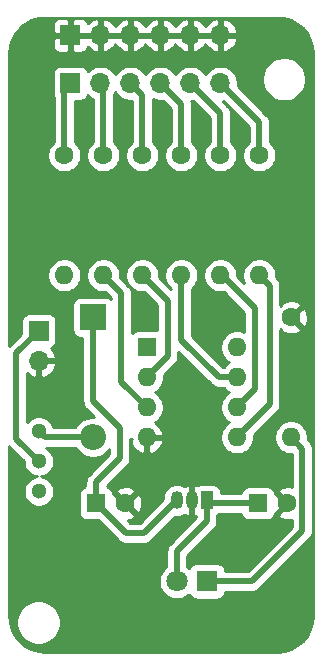
<source format=gbr>
G04 #@! TF.GenerationSoftware,KiCad,Pcbnew,(5.1.7)-1*
G04 #@! TF.CreationDate,2021-11-01T14:45:34-05:00*
G04 #@! TF.ProjectId,ATtiny85Carrier,41547469-6e79-4383-9543-617272696572,rev?*
G04 #@! TF.SameCoordinates,Original*
G04 #@! TF.FileFunction,Copper,L1,Top*
G04 #@! TF.FilePolarity,Positive*
%FSLAX46Y46*%
G04 Gerber Fmt 4.6, Leading zero omitted, Abs format (unit mm)*
G04 Created by KiCad (PCBNEW (5.1.7)-1) date 2021-11-01 14:45:34*
%MOMM*%
%LPD*%
G01*
G04 APERTURE LIST*
G04 #@! TA.AperFunction,ComponentPad*
%ADD10R,1.700000X1.700000*%
G04 #@! TD*
G04 #@! TA.AperFunction,ComponentPad*
%ADD11O,1.700000X1.700000*%
G04 #@! TD*
G04 #@! TA.AperFunction,ComponentPad*
%ADD12R,2.200000X2.200000*%
G04 #@! TD*
G04 #@! TA.AperFunction,ComponentPad*
%ADD13O,2.200000X2.200000*%
G04 #@! TD*
G04 #@! TA.AperFunction,ComponentPad*
%ADD14R,1.800000X1.800000*%
G04 #@! TD*
G04 #@! TA.AperFunction,ComponentPad*
%ADD15C,1.800000*%
G04 #@! TD*
G04 #@! TA.AperFunction,ComponentPad*
%ADD16C,1.600000*%
G04 #@! TD*
G04 #@! TA.AperFunction,ComponentPad*
%ADD17O,1.600000X1.600000*%
G04 #@! TD*
G04 #@! TA.AperFunction,ComponentPad*
%ADD18C,1.300000*%
G04 #@! TD*
G04 #@! TA.AperFunction,ComponentPad*
%ADD19R,1.600000X1.600000*%
G04 #@! TD*
G04 #@! TA.AperFunction,ComponentPad*
%ADD20O,1.050000X1.500000*%
G04 #@! TD*
G04 #@! TA.AperFunction,ComponentPad*
%ADD21R,1.050000X1.500000*%
G04 #@! TD*
G04 #@! TA.AperFunction,Conductor*
%ADD22C,0.500000*%
G04 #@! TD*
G04 #@! TA.AperFunction,Conductor*
%ADD23C,0.254000*%
G04 #@! TD*
G04 #@! TA.AperFunction,Conductor*
%ADD24C,0.100000*%
G04 #@! TD*
G04 APERTURE END LIST*
D10*
G04 #@! TO.P,BT1,1*
G04 #@! TO.N,Net-(BT1-Pad1)*
X116332000Y-127635000D03*
D11*
G04 #@! TO.P,BT1,2*
G04 #@! TO.N,GND*
X116332000Y-130175000D03*
G04 #@! TD*
D12*
G04 #@! TO.P,D1,1*
G04 #@! TO.N,Net-(C1-Pad1)*
X120904000Y-126492000D03*
D13*
G04 #@! TO.P,D1,2*
G04 #@! TO.N,+9V*
X120904000Y-136652000D03*
G04 #@! TD*
D14*
G04 #@! TO.P,D2,1*
G04 #@! TO.N,Net-(D2-Pad1)*
X130556000Y-148844000D03*
D15*
G04 #@! TO.P,D2,2*
G04 #@! TO.N,+5V*
X128016000Y-148844000D03*
G04 #@! TD*
D10*
G04 #@! TO.P,J2,1*
G04 #@! TO.N,Net-(J2-Pad1)*
X118999000Y-106680000D03*
D11*
G04 #@! TO.P,J2,2*
G04 #@! TO.N,Net-(J2-Pad2)*
X121539000Y-106680000D03*
G04 #@! TO.P,J2,3*
G04 #@! TO.N,Net-(J2-Pad3)*
X124079000Y-106680000D03*
G04 #@! TO.P,J2,4*
G04 #@! TO.N,Net-(J2-Pad4)*
X126619000Y-106680000D03*
G04 #@! TO.P,J2,5*
G04 #@! TO.N,Net-(J2-Pad5)*
X129159000Y-106680000D03*
G04 #@! TO.P,J2,6*
G04 #@! TO.N,Net-(J2-Pad6)*
X131699000Y-106680000D03*
G04 #@! TD*
G04 #@! TO.P,J3,6*
G04 #@! TO.N,GND*
X131699000Y-102616000D03*
G04 #@! TO.P,J3,5*
X129159000Y-102616000D03*
G04 #@! TO.P,J3,4*
X126619000Y-102616000D03*
G04 #@! TO.P,J3,3*
X124079000Y-102616000D03*
G04 #@! TO.P,J3,2*
X121539000Y-102616000D03*
D10*
G04 #@! TO.P,J3,1*
X118999000Y-102616000D03*
G04 #@! TD*
D16*
G04 #@! TO.P,R1,1*
G04 #@! TO.N,Net-(J2-Pad6)*
X135001000Y-112776000D03*
D17*
G04 #@! TO.P,R1,2*
G04 #@! TO.N,Net-(R1-Pad2)*
X135001000Y-122936000D03*
G04 #@! TD*
D16*
G04 #@! TO.P,R2,1*
G04 #@! TO.N,Net-(J2-Pad4)*
X128397000Y-112776000D03*
D17*
G04 #@! TO.P,R2,2*
G04 #@! TO.N,Net-(R2-Pad2)*
X128397000Y-122936000D03*
G04 #@! TD*
D16*
G04 #@! TO.P,R3,1*
G04 #@! TO.N,Net-(J2-Pad2)*
X121793000Y-112776000D03*
D17*
G04 #@! TO.P,R3,2*
G04 #@! TO.N,Net-(R3-Pad2)*
X121793000Y-122936000D03*
G04 #@! TD*
G04 #@! TO.P,R4,2*
G04 #@! TO.N,Net-(R4-Pad2)*
X131699000Y-122936000D03*
D16*
G04 #@! TO.P,R4,1*
G04 #@! TO.N,Net-(J2-Pad5)*
X131699000Y-112776000D03*
G04 #@! TD*
D17*
G04 #@! TO.P,R5,2*
G04 #@! TO.N,Net-(R5-Pad2)*
X125095000Y-122936000D03*
D16*
G04 #@! TO.P,R5,1*
G04 #@! TO.N,Net-(J2-Pad3)*
X125095000Y-112776000D03*
G04 #@! TD*
D17*
G04 #@! TO.P,R6,2*
G04 #@! TO.N,Net-(R6-Pad2)*
X118491000Y-122936000D03*
D16*
G04 #@! TO.P,R6,1*
G04 #@! TO.N,Net-(J2-Pad1)*
X118491000Y-112776000D03*
G04 #@! TD*
G04 #@! TO.P,R7,1*
G04 #@! TO.N,GND*
X137668000Y-126492000D03*
D17*
G04 #@! TO.P,R7,2*
G04 #@! TO.N,Net-(D2-Pad1)*
X137668000Y-136652000D03*
G04 #@! TD*
D18*
G04 #@! TO.P,SW1,2*
G04 #@! TO.N,Net-(BT1-Pad1)*
X116332000Y-138684000D03*
G04 #@! TO.P,SW1,1*
G04 #@! TO.N,+9V*
X116332000Y-136144000D03*
G04 #@! TO.P,SW1,3*
G04 #@! TO.N,N/C*
X116332000Y-141224000D03*
G04 #@! TD*
D19*
G04 #@! TO.P,U1,1*
G04 #@! TO.N,Net-(R6-Pad2)*
X125476000Y-129032000D03*
D17*
G04 #@! TO.P,U1,5*
G04 #@! TO.N,Net-(R1-Pad2)*
X133096000Y-136652000D03*
G04 #@! TO.P,U1,2*
G04 #@! TO.N,Net-(R5-Pad2)*
X125476000Y-131572000D03*
G04 #@! TO.P,U1,6*
G04 #@! TO.N,Net-(R4-Pad2)*
X133096000Y-134112000D03*
G04 #@! TO.P,U1,3*
G04 #@! TO.N,Net-(R3-Pad2)*
X125476000Y-134112000D03*
G04 #@! TO.P,U1,7*
G04 #@! TO.N,Net-(R2-Pad2)*
X133096000Y-131572000D03*
G04 #@! TO.P,U1,4*
G04 #@! TO.N,GND*
X125476000Y-136652000D03*
G04 #@! TO.P,U1,8*
G04 #@! TO.N,+5V*
X133096000Y-129032000D03*
G04 #@! TD*
D20*
G04 #@! TO.P,U2,2*
G04 #@! TO.N,GND*
X129286000Y-141986000D03*
G04 #@! TO.P,U2,3*
G04 #@! TO.N,Net-(C1-Pad1)*
X128016000Y-141986000D03*
D21*
G04 #@! TO.P,U2,1*
G04 #@! TO.N,+5V*
X130556000Y-141986000D03*
G04 #@! TD*
D19*
G04 #@! TO.P,C1,1*
G04 #@! TO.N,Net-(C1-Pad1)*
X121158000Y-142240000D03*
D16*
G04 #@! TO.P,C1,2*
G04 #@! TO.N,GND*
X123658000Y-142240000D03*
G04 #@! TD*
G04 #@! TO.P,C2,2*
G04 #@! TO.N,GND*
X137374000Y-142240000D03*
D19*
G04 #@! TO.P,C2,1*
G04 #@! TO.N,+5V*
X134874000Y-142240000D03*
G04 #@! TD*
D22*
G04 #@! TO.N,Net-(BT1-Pad1)*
X116332000Y-138684000D02*
X114427000Y-136779000D01*
X114427000Y-129540000D02*
X116332000Y-127635000D01*
X114427000Y-136779000D02*
X114427000Y-129540000D01*
G04 #@! TO.N,Net-(C1-Pad1)*
X121158000Y-142240000D02*
X123698000Y-144780000D01*
X125222000Y-144780000D02*
X128016000Y-141986000D01*
X123698000Y-144780000D02*
X125222000Y-144780000D01*
X121158000Y-142240000D02*
X121158000Y-140462000D01*
X121158000Y-140462000D02*
X123190000Y-138430000D01*
X123190000Y-138430000D02*
X123190000Y-135890000D01*
X120904000Y-133604000D02*
X120904000Y-126492000D01*
X123190000Y-135890000D02*
X120904000Y-133604000D01*
G04 #@! TO.N,+5V*
X128016000Y-148844000D02*
X128016000Y-146304000D01*
X130556000Y-143764000D02*
X130556000Y-141986000D01*
X128016000Y-146304000D02*
X130556000Y-143764000D01*
X130810000Y-142240000D02*
X130556000Y-141986000D01*
X134874000Y-142240000D02*
X130810000Y-142240000D01*
G04 #@! TO.N,+9V*
X116840000Y-136652000D02*
X116332000Y-136144000D01*
X120904000Y-136652000D02*
X116840000Y-136652000D01*
G04 #@! TO.N,Net-(D2-Pad1)*
X130556000Y-148844000D02*
X134366000Y-148844000D01*
X138624001Y-137608001D02*
X137668000Y-136652000D01*
X138624001Y-144585999D02*
X138624001Y-137608001D01*
X134366000Y-148844000D02*
X138624001Y-144585999D01*
G04 #@! TO.N,Net-(J2-Pad1)*
X118491000Y-107188000D02*
X118999000Y-106680000D01*
X118491000Y-112776000D02*
X118491000Y-107188000D01*
G04 #@! TO.N,Net-(J2-Pad2)*
X121793000Y-106934000D02*
X121539000Y-106680000D01*
X121793000Y-112776000D02*
X121793000Y-106934000D01*
G04 #@! TO.N,Net-(J2-Pad3)*
X125095000Y-107696000D02*
X124079000Y-106680000D01*
X125095000Y-112776000D02*
X125095000Y-107696000D01*
G04 #@! TO.N,Net-(J2-Pad4)*
X128397000Y-108458000D02*
X126619000Y-106680000D01*
X128397000Y-112776000D02*
X128397000Y-108458000D01*
G04 #@! TO.N,Net-(J2-Pad5)*
X131699000Y-109220000D02*
X129159000Y-106680000D01*
X131699000Y-112776000D02*
X131699000Y-109220000D01*
G04 #@! TO.N,Net-(J2-Pad6)*
X135001000Y-109982000D02*
X131699000Y-106680000D01*
X135001000Y-112776000D02*
X135001000Y-109982000D01*
G04 #@! TO.N,Net-(R1-Pad2)*
X133096000Y-136652000D02*
X135890000Y-133858000D01*
X135890000Y-123825000D02*
X135001000Y-122936000D01*
X135890000Y-133858000D02*
X135890000Y-123825000D01*
G04 #@! TO.N,Net-(R2-Pad2)*
X133096000Y-131572000D02*
X131572000Y-131572000D01*
X128397000Y-128397000D02*
X128397000Y-122936000D01*
X131572000Y-131572000D02*
X128397000Y-128397000D01*
G04 #@! TO.N,Net-(R3-Pad2)*
X125476000Y-134112000D02*
X123317000Y-131953000D01*
X123317000Y-124460000D02*
X121793000Y-122936000D01*
X123317000Y-131953000D02*
X123317000Y-124460000D01*
G04 #@! TO.N,Net-(R4-Pad2)*
X133096000Y-134112000D02*
X134620000Y-132588000D01*
X134620000Y-132588000D02*
X134620000Y-125730000D01*
X131826000Y-122936000D02*
X131699000Y-122936000D01*
X134620000Y-125730000D02*
X131826000Y-122936000D01*
G04 #@! TO.N,Net-(R5-Pad2)*
X127254000Y-125095000D02*
X125095000Y-122936000D01*
X127254000Y-129794000D02*
X127254000Y-125095000D01*
X125476000Y-131572000D02*
X127254000Y-129794000D01*
G04 #@! TD*
D23*
G04 #@! TO.N,GND*
X137111829Y-101176304D02*
X137676304Y-101346730D01*
X138196927Y-101623548D01*
X138653864Y-101996217D01*
X139029719Y-102450548D01*
X139310167Y-102969226D01*
X139484528Y-103532497D01*
X139550000Y-104155428D01*
X139550001Y-151726602D01*
X139488697Y-152351823D01*
X139318270Y-152916304D01*
X139041450Y-153436928D01*
X138668783Y-153893864D01*
X138214454Y-154269717D01*
X137695774Y-154550167D01*
X137132508Y-154724527D01*
X136509572Y-154790000D01*
X116878388Y-154790000D01*
X116253177Y-154728697D01*
X115688696Y-154558270D01*
X115168072Y-154281450D01*
X114711136Y-153908783D01*
X114335283Y-153454454D01*
X114054833Y-152935774D01*
X113880473Y-152372508D01*
X113855967Y-152139344D01*
X114395000Y-152139344D01*
X114395000Y-152510656D01*
X114467439Y-152874834D01*
X114609534Y-153217882D01*
X114815825Y-153526618D01*
X115078382Y-153789175D01*
X115387118Y-153995466D01*
X115730166Y-154137561D01*
X116094344Y-154210000D01*
X116465656Y-154210000D01*
X116829834Y-154137561D01*
X117172882Y-153995466D01*
X117481618Y-153789175D01*
X117744175Y-153526618D01*
X117950466Y-153217882D01*
X118092561Y-152874834D01*
X118165000Y-152510656D01*
X118165000Y-152139344D01*
X118092561Y-151775166D01*
X117950466Y-151432118D01*
X117744175Y-151123382D01*
X117481618Y-150860825D01*
X117172882Y-150654534D01*
X116829834Y-150512439D01*
X116465656Y-150440000D01*
X116094344Y-150440000D01*
X115730166Y-150512439D01*
X115387118Y-150654534D01*
X115078382Y-150860825D01*
X114815825Y-151123382D01*
X114609534Y-151432118D01*
X114467439Y-151775166D01*
X114395000Y-152139344D01*
X113855967Y-152139344D01*
X113815000Y-151749572D01*
X113815000Y-148692816D01*
X126481000Y-148692816D01*
X126481000Y-148995184D01*
X126539989Y-149291743D01*
X126655701Y-149571095D01*
X126823688Y-149822505D01*
X127037495Y-150036312D01*
X127288905Y-150204299D01*
X127568257Y-150320011D01*
X127864816Y-150379000D01*
X128167184Y-150379000D01*
X128463743Y-150320011D01*
X128743095Y-150204299D01*
X128994505Y-150036312D01*
X129060944Y-149969873D01*
X129066498Y-149988180D01*
X129125463Y-150098494D01*
X129204815Y-150195185D01*
X129301506Y-150274537D01*
X129411820Y-150333502D01*
X129531518Y-150369812D01*
X129656000Y-150382072D01*
X131456000Y-150382072D01*
X131580482Y-150369812D01*
X131700180Y-150333502D01*
X131810494Y-150274537D01*
X131907185Y-150195185D01*
X131986537Y-150098494D01*
X132045502Y-149988180D01*
X132081812Y-149868482D01*
X132094072Y-149744000D01*
X132094072Y-149729000D01*
X134322531Y-149729000D01*
X134366000Y-149733281D01*
X134409469Y-149729000D01*
X134409477Y-149729000D01*
X134539490Y-149716195D01*
X134706313Y-149665589D01*
X134860059Y-149583411D01*
X134994817Y-149472817D01*
X135022534Y-149439044D01*
X139219051Y-145242527D01*
X139252818Y-145214816D01*
X139363412Y-145080058D01*
X139445590Y-144926312D01*
X139496196Y-144759489D01*
X139509001Y-144629476D01*
X139509001Y-144629468D01*
X139513282Y-144585999D01*
X139509001Y-144542530D01*
X139509001Y-137651470D01*
X139513282Y-137608001D01*
X139509001Y-137564532D01*
X139509001Y-137564524D01*
X139496196Y-137434511D01*
X139482518Y-137389420D01*
X139445590Y-137267687D01*
X139363412Y-137113942D01*
X139280533Y-137012954D01*
X139280531Y-137012952D01*
X139252818Y-136979184D01*
X139219050Y-136951471D01*
X139096017Y-136828439D01*
X139103000Y-136793335D01*
X139103000Y-136510665D01*
X139047853Y-136233426D01*
X138939680Y-135972273D01*
X138782637Y-135737241D01*
X138582759Y-135537363D01*
X138347727Y-135380320D01*
X138086574Y-135272147D01*
X137809335Y-135217000D01*
X137526665Y-135217000D01*
X137249426Y-135272147D01*
X136988273Y-135380320D01*
X136753241Y-135537363D01*
X136553363Y-135737241D01*
X136396320Y-135972273D01*
X136288147Y-136233426D01*
X136233000Y-136510665D01*
X136233000Y-136793335D01*
X136288147Y-137070574D01*
X136396320Y-137331727D01*
X136553363Y-137566759D01*
X136753241Y-137766637D01*
X136988273Y-137923680D01*
X137249426Y-138031853D01*
X137526665Y-138087000D01*
X137739002Y-138087000D01*
X137739002Y-140852098D01*
X137585816Y-140813700D01*
X137303488Y-140799783D01*
X137023870Y-140841213D01*
X136757708Y-140936397D01*
X136632486Y-141003329D01*
X136560903Y-141247298D01*
X137374000Y-142060395D01*
X137388143Y-142046253D01*
X137567748Y-142225858D01*
X137553605Y-142240000D01*
X137567748Y-142254143D01*
X137388143Y-142433748D01*
X137374000Y-142419605D01*
X136560903Y-143232702D01*
X136632486Y-143476671D01*
X136887996Y-143597571D01*
X137162184Y-143666300D01*
X137444512Y-143680217D01*
X137724130Y-143638787D01*
X137739001Y-143633469D01*
X137739001Y-144219420D01*
X133999422Y-147959000D01*
X132094072Y-147959000D01*
X132094072Y-147944000D01*
X132081812Y-147819518D01*
X132045502Y-147699820D01*
X131986537Y-147589506D01*
X131907185Y-147492815D01*
X131810494Y-147413463D01*
X131700180Y-147354498D01*
X131580482Y-147318188D01*
X131456000Y-147305928D01*
X129656000Y-147305928D01*
X129531518Y-147318188D01*
X129411820Y-147354498D01*
X129301506Y-147413463D01*
X129204815Y-147492815D01*
X129125463Y-147589506D01*
X129066498Y-147699820D01*
X129060944Y-147718127D01*
X128994505Y-147651688D01*
X128901000Y-147589210D01*
X128901000Y-146670578D01*
X131151050Y-144420529D01*
X131184817Y-144392817D01*
X131295411Y-144258059D01*
X131377589Y-144104313D01*
X131428195Y-143937490D01*
X131441000Y-143807477D01*
X131441000Y-143807467D01*
X131445281Y-143764001D01*
X131441000Y-143720535D01*
X131441000Y-143262018D01*
X131532185Y-143187185D01*
X131583219Y-143125000D01*
X133444299Y-143125000D01*
X133448188Y-143164482D01*
X133484498Y-143284180D01*
X133543463Y-143394494D01*
X133622815Y-143491185D01*
X133719506Y-143570537D01*
X133829820Y-143629502D01*
X133949518Y-143665812D01*
X134074000Y-143678072D01*
X135674000Y-143678072D01*
X135798482Y-143665812D01*
X135918180Y-143629502D01*
X136028494Y-143570537D01*
X136125185Y-143491185D01*
X136204537Y-143394494D01*
X136263502Y-143284180D01*
X136299812Y-143164482D01*
X136312072Y-143040000D01*
X136312072Y-143032785D01*
X136381298Y-143053097D01*
X137194395Y-142240000D01*
X136381298Y-141426903D01*
X136312072Y-141447215D01*
X136312072Y-141440000D01*
X136299812Y-141315518D01*
X136263502Y-141195820D01*
X136204537Y-141085506D01*
X136125185Y-140988815D01*
X136028494Y-140909463D01*
X135918180Y-140850498D01*
X135798482Y-140814188D01*
X135674000Y-140801928D01*
X134074000Y-140801928D01*
X133949518Y-140814188D01*
X133829820Y-140850498D01*
X133719506Y-140909463D01*
X133622815Y-140988815D01*
X133543463Y-141085506D01*
X133484498Y-141195820D01*
X133448188Y-141315518D01*
X133444299Y-141355000D01*
X131719072Y-141355000D01*
X131719072Y-141236000D01*
X131706812Y-141111518D01*
X131670502Y-140991820D01*
X131611537Y-140881506D01*
X131532185Y-140784815D01*
X131435494Y-140705463D01*
X131325180Y-140646498D01*
X131205482Y-140610188D01*
X131081000Y-140597928D01*
X130031000Y-140597928D01*
X129906518Y-140610188D01*
X129786820Y-140646498D01*
X129721943Y-140681176D01*
X129653337Y-140650728D01*
X129591810Y-140642036D01*
X129413000Y-140767837D01*
X129413000Y-141085765D01*
X129405188Y-141111518D01*
X129392928Y-141236000D01*
X129392928Y-142736000D01*
X129405188Y-142860482D01*
X129413000Y-142886235D01*
X129413000Y-143204163D01*
X129591810Y-143329964D01*
X129653337Y-143321272D01*
X129671000Y-143313433D01*
X129671000Y-143397421D01*
X127420951Y-145647471D01*
X127387184Y-145675183D01*
X127359471Y-145708951D01*
X127359468Y-145708954D01*
X127276590Y-145809941D01*
X127194412Y-145963687D01*
X127143805Y-146130510D01*
X127126719Y-146304000D01*
X127131001Y-146347479D01*
X127131000Y-147589210D01*
X127037495Y-147651688D01*
X126823688Y-147865495D01*
X126655701Y-148116905D01*
X126539989Y-148396257D01*
X126481000Y-148692816D01*
X113815000Y-148692816D01*
X113815000Y-137421618D01*
X113831956Y-137435534D01*
X115047000Y-138650579D01*
X115047000Y-138810561D01*
X115096381Y-139058821D01*
X115193247Y-139292676D01*
X115333875Y-139503140D01*
X115512860Y-139682125D01*
X115723324Y-139822753D01*
X115957179Y-139919619D01*
X116130027Y-139954000D01*
X115957179Y-139988381D01*
X115723324Y-140085247D01*
X115512860Y-140225875D01*
X115333875Y-140404860D01*
X115193247Y-140615324D01*
X115096381Y-140849179D01*
X115047000Y-141097439D01*
X115047000Y-141350561D01*
X115096381Y-141598821D01*
X115193247Y-141832676D01*
X115333875Y-142043140D01*
X115512860Y-142222125D01*
X115723324Y-142362753D01*
X115957179Y-142459619D01*
X116205439Y-142509000D01*
X116458561Y-142509000D01*
X116706821Y-142459619D01*
X116940676Y-142362753D01*
X117151140Y-142222125D01*
X117330125Y-142043140D01*
X117470753Y-141832676D01*
X117567619Y-141598821D01*
X117617000Y-141350561D01*
X117617000Y-141097439D01*
X117567619Y-140849179D01*
X117470753Y-140615324D01*
X117330125Y-140404860D01*
X117151140Y-140225875D01*
X116940676Y-140085247D01*
X116706821Y-139988381D01*
X116533973Y-139954000D01*
X116706821Y-139919619D01*
X116940676Y-139822753D01*
X117151140Y-139682125D01*
X117330125Y-139503140D01*
X117470753Y-139292676D01*
X117567619Y-139058821D01*
X117617000Y-138810561D01*
X117617000Y-138557439D01*
X117567619Y-138309179D01*
X117470753Y-138075324D01*
X117330125Y-137864860D01*
X117151140Y-137685875D01*
X116940676Y-137545247D01*
X116920766Y-137537000D01*
X119408671Y-137537000D01*
X119556337Y-137757998D01*
X119798002Y-137999663D01*
X120082169Y-138189537D01*
X120397919Y-138320325D01*
X120733117Y-138387000D01*
X121074883Y-138387000D01*
X121410081Y-138320325D01*
X121725831Y-138189537D01*
X122009998Y-137999663D01*
X122251663Y-137757998D01*
X122305000Y-137678173D01*
X122305000Y-138063421D01*
X120562951Y-139805471D01*
X120529184Y-139833183D01*
X120501471Y-139866951D01*
X120501468Y-139866954D01*
X120418590Y-139967941D01*
X120336412Y-140121687D01*
X120285805Y-140288510D01*
X120268719Y-140462000D01*
X120273001Y-140505479D01*
X120273001Y-140810299D01*
X120233518Y-140814188D01*
X120113820Y-140850498D01*
X120003506Y-140909463D01*
X119906815Y-140988815D01*
X119827463Y-141085506D01*
X119768498Y-141195820D01*
X119732188Y-141315518D01*
X119719928Y-141440000D01*
X119719928Y-143040000D01*
X119732188Y-143164482D01*
X119768498Y-143284180D01*
X119827463Y-143394494D01*
X119906815Y-143491185D01*
X120003506Y-143570537D01*
X120113820Y-143629502D01*
X120233518Y-143665812D01*
X120358000Y-143678072D01*
X121344494Y-143678072D01*
X123041470Y-145375049D01*
X123069183Y-145408817D01*
X123102951Y-145436530D01*
X123102953Y-145436532D01*
X123150169Y-145475281D01*
X123203941Y-145519411D01*
X123357687Y-145601589D01*
X123524510Y-145652195D01*
X123654523Y-145665000D01*
X123654533Y-145665000D01*
X123697999Y-145669281D01*
X123741465Y-145665000D01*
X125178531Y-145665000D01*
X125222000Y-145669281D01*
X125265469Y-145665000D01*
X125265477Y-145665000D01*
X125395490Y-145652195D01*
X125562313Y-145601589D01*
X125716059Y-145519411D01*
X125850817Y-145408817D01*
X125878534Y-145375044D01*
X127889433Y-143364146D01*
X128016000Y-143376612D01*
X128243399Y-143354215D01*
X128462059Y-143287885D01*
X128650669Y-143187071D01*
X128709118Y-143228275D01*
X128918663Y-143321272D01*
X128980190Y-143329964D01*
X129159000Y-143204163D01*
X129159000Y-142439109D01*
X129159215Y-142438400D01*
X129176000Y-142267979D01*
X129176000Y-141704022D01*
X129159215Y-141533601D01*
X129159000Y-141532892D01*
X129159000Y-140767837D01*
X128980190Y-140642036D01*
X128918663Y-140650728D01*
X128709118Y-140743725D01*
X128650669Y-140784929D01*
X128462060Y-140684115D01*
X128243400Y-140617785D01*
X128016000Y-140595388D01*
X127788601Y-140617785D01*
X127569941Y-140684115D01*
X127368422Y-140791829D01*
X127191789Y-140936788D01*
X127046830Y-141113421D01*
X126939115Y-141314940D01*
X126872785Y-141533600D01*
X126856000Y-141704021D01*
X126856000Y-141894421D01*
X124855422Y-143895000D01*
X124064579Y-143895000D01*
X123834145Y-143664566D01*
X124008130Y-143638787D01*
X124274292Y-143543603D01*
X124399514Y-143476671D01*
X124471097Y-143232702D01*
X123658000Y-142419605D01*
X123643858Y-142433748D01*
X123464253Y-142254143D01*
X123478395Y-142240000D01*
X123837605Y-142240000D01*
X124650702Y-143053097D01*
X124894671Y-142981514D01*
X125015571Y-142726004D01*
X125084300Y-142451816D01*
X125098217Y-142169488D01*
X125056787Y-141889870D01*
X124961603Y-141623708D01*
X124894671Y-141498486D01*
X124650702Y-141426903D01*
X123837605Y-142240000D01*
X123478395Y-142240000D01*
X122665298Y-141426903D01*
X122596072Y-141447215D01*
X122596072Y-141440000D01*
X122583812Y-141315518D01*
X122563118Y-141247298D01*
X122844903Y-141247298D01*
X123658000Y-142060395D01*
X124471097Y-141247298D01*
X124399514Y-141003329D01*
X124144004Y-140882429D01*
X123869816Y-140813700D01*
X123587488Y-140799783D01*
X123307870Y-140841213D01*
X123041708Y-140936397D01*
X122916486Y-141003329D01*
X122844903Y-141247298D01*
X122563118Y-141247298D01*
X122547502Y-141195820D01*
X122488537Y-141085506D01*
X122409185Y-140988815D01*
X122312494Y-140909463D01*
X122202180Y-140850498D01*
X122082482Y-140814188D01*
X122059640Y-140811938D01*
X123785050Y-139086529D01*
X123818817Y-139058817D01*
X123929411Y-138924059D01*
X124011589Y-138770313D01*
X124062195Y-138603490D01*
X124075000Y-138473477D01*
X124075000Y-138473469D01*
X124079281Y-138430000D01*
X124075000Y-138386531D01*
X124075000Y-136779002D01*
X124206084Y-136779002D01*
X124084096Y-137001039D01*
X124124754Y-137135087D01*
X124244963Y-137389420D01*
X124412481Y-137615414D01*
X124620869Y-137804385D01*
X124862119Y-137949070D01*
X125126960Y-138043909D01*
X125349000Y-137922624D01*
X125349000Y-136779000D01*
X125603000Y-136779000D01*
X125603000Y-137922624D01*
X125825040Y-138043909D01*
X126089881Y-137949070D01*
X126331131Y-137804385D01*
X126539519Y-137615414D01*
X126707037Y-137389420D01*
X126827246Y-137135087D01*
X126867904Y-137001039D01*
X126745915Y-136779000D01*
X125603000Y-136779000D01*
X125349000Y-136779000D01*
X125329000Y-136779000D01*
X125329000Y-136525000D01*
X125349000Y-136525000D01*
X125349000Y-136505000D01*
X125603000Y-136505000D01*
X125603000Y-136525000D01*
X126745915Y-136525000D01*
X126867904Y-136302961D01*
X126827246Y-136168913D01*
X126707037Y-135914580D01*
X126539519Y-135688586D01*
X126331131Y-135499615D01*
X126145135Y-135388067D01*
X126155727Y-135383680D01*
X126390759Y-135226637D01*
X126590637Y-135026759D01*
X126747680Y-134791727D01*
X126855853Y-134530574D01*
X126911000Y-134253335D01*
X126911000Y-133970665D01*
X126855853Y-133693426D01*
X126747680Y-133432273D01*
X126590637Y-133197241D01*
X126390759Y-132997363D01*
X126158241Y-132842000D01*
X126390759Y-132686637D01*
X126590637Y-132486759D01*
X126747680Y-132251727D01*
X126855853Y-131990574D01*
X126911000Y-131713335D01*
X126911000Y-131430665D01*
X126904017Y-131395561D01*
X127849050Y-130450529D01*
X127882817Y-130422817D01*
X127993411Y-130288059D01*
X128075589Y-130134313D01*
X128126195Y-129967490D01*
X128139000Y-129837477D01*
X128139000Y-129837469D01*
X128143281Y-129794000D01*
X128139000Y-129750531D01*
X128139000Y-129390578D01*
X130915470Y-132167049D01*
X130943183Y-132200817D01*
X130976951Y-132228530D01*
X130976953Y-132228532D01*
X131005216Y-132251727D01*
X131077941Y-132311411D01*
X131231687Y-132393589D01*
X131398510Y-132444195D01*
X131528523Y-132457000D01*
X131528533Y-132457000D01*
X131571999Y-132461281D01*
X131615466Y-132457000D01*
X131961479Y-132457000D01*
X131981363Y-132486759D01*
X132181241Y-132686637D01*
X132413759Y-132842000D01*
X132181241Y-132997363D01*
X131981363Y-133197241D01*
X131824320Y-133432273D01*
X131716147Y-133693426D01*
X131661000Y-133970665D01*
X131661000Y-134253335D01*
X131716147Y-134530574D01*
X131824320Y-134791727D01*
X131981363Y-135026759D01*
X132181241Y-135226637D01*
X132413759Y-135382000D01*
X132181241Y-135537363D01*
X131981363Y-135737241D01*
X131824320Y-135972273D01*
X131716147Y-136233426D01*
X131661000Y-136510665D01*
X131661000Y-136793335D01*
X131716147Y-137070574D01*
X131824320Y-137331727D01*
X131981363Y-137566759D01*
X132181241Y-137766637D01*
X132416273Y-137923680D01*
X132677426Y-138031853D01*
X132954665Y-138087000D01*
X133237335Y-138087000D01*
X133514574Y-138031853D01*
X133775727Y-137923680D01*
X134010759Y-137766637D01*
X134210637Y-137566759D01*
X134367680Y-137331727D01*
X134475853Y-137070574D01*
X134531000Y-136793335D01*
X134531000Y-136510665D01*
X134524017Y-136475561D01*
X136485050Y-134514529D01*
X136518817Y-134486817D01*
X136629411Y-134352059D01*
X136634033Y-134343411D01*
X136711589Y-134198314D01*
X136762195Y-134031490D01*
X136762195Y-134031489D01*
X136775000Y-133901477D01*
X136775000Y-133901469D01*
X136779281Y-133858000D01*
X136775000Y-133814531D01*
X136775000Y-127564607D01*
X136854903Y-127484704D01*
X136926486Y-127728671D01*
X137181996Y-127849571D01*
X137456184Y-127918300D01*
X137738512Y-127932217D01*
X138018130Y-127890787D01*
X138284292Y-127795603D01*
X138409514Y-127728671D01*
X138481097Y-127484702D01*
X137668000Y-126671605D01*
X137653858Y-126685748D01*
X137474253Y-126506143D01*
X137488395Y-126492000D01*
X137847605Y-126492000D01*
X138660702Y-127305097D01*
X138904671Y-127233514D01*
X139025571Y-126978004D01*
X139094300Y-126703816D01*
X139108217Y-126421488D01*
X139066787Y-126141870D01*
X138971603Y-125875708D01*
X138904671Y-125750486D01*
X138660702Y-125678903D01*
X137847605Y-126492000D01*
X137488395Y-126492000D01*
X137474253Y-126477858D01*
X137653858Y-126298253D01*
X137668000Y-126312395D01*
X138481097Y-125499298D01*
X138409514Y-125255329D01*
X138154004Y-125134429D01*
X137879816Y-125065700D01*
X137597488Y-125051783D01*
X137317870Y-125093213D01*
X137051708Y-125188397D01*
X136926486Y-125255329D01*
X136854903Y-125499296D01*
X136775000Y-125419393D01*
X136775000Y-123868469D01*
X136779281Y-123825000D01*
X136775000Y-123781531D01*
X136775000Y-123781523D01*
X136762195Y-123651510D01*
X136711589Y-123484687D01*
X136629411Y-123330941D01*
X136518817Y-123196183D01*
X136485049Y-123168470D01*
X136429017Y-123112439D01*
X136436000Y-123077335D01*
X136436000Y-122794665D01*
X136380853Y-122517426D01*
X136272680Y-122256273D01*
X136115637Y-122021241D01*
X135915759Y-121821363D01*
X135680727Y-121664320D01*
X135419574Y-121556147D01*
X135142335Y-121501000D01*
X134859665Y-121501000D01*
X134582426Y-121556147D01*
X134321273Y-121664320D01*
X134086241Y-121821363D01*
X133886363Y-122021241D01*
X133729320Y-122256273D01*
X133621147Y-122517426D01*
X133566000Y-122794665D01*
X133566000Y-123077335D01*
X133621147Y-123354574D01*
X133709531Y-123567953D01*
X133134000Y-122992422D01*
X133134000Y-122794665D01*
X133078853Y-122517426D01*
X132970680Y-122256273D01*
X132813637Y-122021241D01*
X132613759Y-121821363D01*
X132378727Y-121664320D01*
X132117574Y-121556147D01*
X131840335Y-121501000D01*
X131557665Y-121501000D01*
X131280426Y-121556147D01*
X131019273Y-121664320D01*
X130784241Y-121821363D01*
X130584363Y-122021241D01*
X130427320Y-122256273D01*
X130319147Y-122517426D01*
X130264000Y-122794665D01*
X130264000Y-123077335D01*
X130319147Y-123354574D01*
X130427320Y-123615727D01*
X130584363Y-123850759D01*
X130784241Y-124050637D01*
X131019273Y-124207680D01*
X131280426Y-124315853D01*
X131557665Y-124371000D01*
X131840335Y-124371000D01*
X131981368Y-124342946D01*
X133735001Y-126096580D01*
X133735001Y-127743451D01*
X133514574Y-127652147D01*
X133237335Y-127597000D01*
X132954665Y-127597000D01*
X132677426Y-127652147D01*
X132416273Y-127760320D01*
X132181241Y-127917363D01*
X131981363Y-128117241D01*
X131824320Y-128352273D01*
X131716147Y-128613426D01*
X131661000Y-128890665D01*
X131661000Y-129173335D01*
X131716147Y-129450574D01*
X131824320Y-129711727D01*
X131981363Y-129946759D01*
X132181241Y-130146637D01*
X132413759Y-130302000D01*
X132181241Y-130457363D01*
X131981363Y-130657241D01*
X131961479Y-130687000D01*
X131938579Y-130687000D01*
X129282000Y-128030422D01*
X129282000Y-124070521D01*
X129311759Y-124050637D01*
X129511637Y-123850759D01*
X129668680Y-123615727D01*
X129776853Y-123354574D01*
X129832000Y-123077335D01*
X129832000Y-122794665D01*
X129776853Y-122517426D01*
X129668680Y-122256273D01*
X129511637Y-122021241D01*
X129311759Y-121821363D01*
X129076727Y-121664320D01*
X128815574Y-121556147D01*
X128538335Y-121501000D01*
X128255665Y-121501000D01*
X127978426Y-121556147D01*
X127717273Y-121664320D01*
X127482241Y-121821363D01*
X127282363Y-122021241D01*
X127125320Y-122256273D01*
X127017147Y-122517426D01*
X126962000Y-122794665D01*
X126962000Y-123077335D01*
X127017147Y-123354574D01*
X127125320Y-123615727D01*
X127282363Y-123850759D01*
X127482241Y-124050637D01*
X127512001Y-124070522D01*
X127512001Y-124101422D01*
X126523017Y-123112439D01*
X126530000Y-123077335D01*
X126530000Y-122794665D01*
X126474853Y-122517426D01*
X126366680Y-122256273D01*
X126209637Y-122021241D01*
X126009759Y-121821363D01*
X125774727Y-121664320D01*
X125513574Y-121556147D01*
X125236335Y-121501000D01*
X124953665Y-121501000D01*
X124676426Y-121556147D01*
X124415273Y-121664320D01*
X124180241Y-121821363D01*
X123980363Y-122021241D01*
X123823320Y-122256273D01*
X123715147Y-122517426D01*
X123660000Y-122794665D01*
X123660000Y-123077335D01*
X123715147Y-123354574D01*
X123823320Y-123615727D01*
X123980363Y-123850759D01*
X124180241Y-124050637D01*
X124415273Y-124207680D01*
X124676426Y-124315853D01*
X124953665Y-124371000D01*
X125236335Y-124371000D01*
X125271439Y-124364017D01*
X126369001Y-125461580D01*
X126369000Y-127603087D01*
X126276000Y-127593928D01*
X124676000Y-127593928D01*
X124551518Y-127606188D01*
X124431820Y-127642498D01*
X124321506Y-127701463D01*
X124224815Y-127780815D01*
X124202000Y-127808615D01*
X124202000Y-124503465D01*
X124206281Y-124459999D01*
X124202000Y-124416533D01*
X124202000Y-124416523D01*
X124189195Y-124286510D01*
X124138589Y-124119687D01*
X124056411Y-123965941D01*
X123945817Y-123831183D01*
X123912049Y-123803470D01*
X123221017Y-123112439D01*
X123228000Y-123077335D01*
X123228000Y-122794665D01*
X123172853Y-122517426D01*
X123064680Y-122256273D01*
X122907637Y-122021241D01*
X122707759Y-121821363D01*
X122472727Y-121664320D01*
X122211574Y-121556147D01*
X121934335Y-121501000D01*
X121651665Y-121501000D01*
X121374426Y-121556147D01*
X121113273Y-121664320D01*
X120878241Y-121821363D01*
X120678363Y-122021241D01*
X120521320Y-122256273D01*
X120413147Y-122517426D01*
X120358000Y-122794665D01*
X120358000Y-123077335D01*
X120413147Y-123354574D01*
X120521320Y-123615727D01*
X120678363Y-123850759D01*
X120878241Y-124050637D01*
X121113273Y-124207680D01*
X121374426Y-124315853D01*
X121651665Y-124371000D01*
X121934335Y-124371000D01*
X121969439Y-124364017D01*
X122432001Y-124826580D01*
X122432001Y-124921788D01*
X122358494Y-124861463D01*
X122248180Y-124802498D01*
X122128482Y-124766188D01*
X122004000Y-124753928D01*
X119804000Y-124753928D01*
X119679518Y-124766188D01*
X119559820Y-124802498D01*
X119449506Y-124861463D01*
X119352815Y-124940815D01*
X119273463Y-125037506D01*
X119214498Y-125147820D01*
X119178188Y-125267518D01*
X119165928Y-125392000D01*
X119165928Y-127592000D01*
X119178188Y-127716482D01*
X119214498Y-127836180D01*
X119273463Y-127946494D01*
X119352815Y-128043185D01*
X119449506Y-128122537D01*
X119559820Y-128181502D01*
X119679518Y-128217812D01*
X119804000Y-128230072D01*
X120019001Y-128230072D01*
X120019000Y-133560531D01*
X120014719Y-133604000D01*
X120019000Y-133647469D01*
X120019000Y-133647476D01*
X120023526Y-133693426D01*
X120031234Y-133771687D01*
X120031805Y-133777489D01*
X120082411Y-133944312D01*
X120164589Y-134098058D01*
X120275183Y-134232817D01*
X120308956Y-134260534D01*
X120965422Y-134917000D01*
X120733117Y-134917000D01*
X120397919Y-134983675D01*
X120082169Y-135114463D01*
X119798002Y-135304337D01*
X119556337Y-135546002D01*
X119408671Y-135767000D01*
X117566716Y-135767000D01*
X117470753Y-135535324D01*
X117330125Y-135324860D01*
X117151140Y-135145875D01*
X116940676Y-135005247D01*
X116706821Y-134908381D01*
X116458561Y-134859000D01*
X116205439Y-134859000D01*
X115957179Y-134908381D01*
X115723324Y-135005247D01*
X115512860Y-135145875D01*
X115333875Y-135324860D01*
X115312000Y-135357598D01*
X115312000Y-131245206D01*
X115450645Y-131370178D01*
X115700748Y-131519157D01*
X115975109Y-131616481D01*
X116205000Y-131495814D01*
X116205000Y-130302000D01*
X116459000Y-130302000D01*
X116459000Y-131495814D01*
X116688891Y-131616481D01*
X116963252Y-131519157D01*
X117213355Y-131370178D01*
X117429588Y-131175269D01*
X117603641Y-130941920D01*
X117728825Y-130679099D01*
X117773476Y-130531890D01*
X117652155Y-130302000D01*
X116459000Y-130302000D01*
X116205000Y-130302000D01*
X116185000Y-130302000D01*
X116185000Y-130048000D01*
X116205000Y-130048000D01*
X116205000Y-130028000D01*
X116459000Y-130028000D01*
X116459000Y-130048000D01*
X117652155Y-130048000D01*
X117773476Y-129818110D01*
X117728825Y-129670901D01*
X117603641Y-129408080D01*
X117429588Y-129174731D01*
X117345534Y-129098966D01*
X117426180Y-129074502D01*
X117536494Y-129015537D01*
X117633185Y-128936185D01*
X117712537Y-128839494D01*
X117771502Y-128729180D01*
X117807812Y-128609482D01*
X117820072Y-128485000D01*
X117820072Y-126785000D01*
X117807812Y-126660518D01*
X117771502Y-126540820D01*
X117712537Y-126430506D01*
X117633185Y-126333815D01*
X117536494Y-126254463D01*
X117426180Y-126195498D01*
X117306482Y-126159188D01*
X117182000Y-126146928D01*
X115482000Y-126146928D01*
X115357518Y-126159188D01*
X115237820Y-126195498D01*
X115127506Y-126254463D01*
X115030815Y-126333815D01*
X114951463Y-126430506D01*
X114892498Y-126540820D01*
X114856188Y-126660518D01*
X114843928Y-126785000D01*
X114843928Y-127871493D01*
X113831951Y-128883471D01*
X113815000Y-128897382D01*
X113815000Y-122794665D01*
X117056000Y-122794665D01*
X117056000Y-123077335D01*
X117111147Y-123354574D01*
X117219320Y-123615727D01*
X117376363Y-123850759D01*
X117576241Y-124050637D01*
X117811273Y-124207680D01*
X118072426Y-124315853D01*
X118349665Y-124371000D01*
X118632335Y-124371000D01*
X118909574Y-124315853D01*
X119170727Y-124207680D01*
X119405759Y-124050637D01*
X119605637Y-123850759D01*
X119762680Y-123615727D01*
X119870853Y-123354574D01*
X119926000Y-123077335D01*
X119926000Y-122794665D01*
X119870853Y-122517426D01*
X119762680Y-122256273D01*
X119605637Y-122021241D01*
X119405759Y-121821363D01*
X119170727Y-121664320D01*
X118909574Y-121556147D01*
X118632335Y-121501000D01*
X118349665Y-121501000D01*
X118072426Y-121556147D01*
X117811273Y-121664320D01*
X117576241Y-121821363D01*
X117376363Y-122021241D01*
X117219320Y-122256273D01*
X117111147Y-122517426D01*
X117056000Y-122794665D01*
X113815000Y-122794665D01*
X113815000Y-112634665D01*
X117056000Y-112634665D01*
X117056000Y-112917335D01*
X117111147Y-113194574D01*
X117219320Y-113455727D01*
X117376363Y-113690759D01*
X117576241Y-113890637D01*
X117811273Y-114047680D01*
X118072426Y-114155853D01*
X118349665Y-114211000D01*
X118632335Y-114211000D01*
X118909574Y-114155853D01*
X119170727Y-114047680D01*
X119405759Y-113890637D01*
X119605637Y-113690759D01*
X119762680Y-113455727D01*
X119870853Y-113194574D01*
X119926000Y-112917335D01*
X119926000Y-112634665D01*
X119870853Y-112357426D01*
X119762680Y-112096273D01*
X119605637Y-111861241D01*
X119405759Y-111661363D01*
X119376000Y-111641479D01*
X119376000Y-108168072D01*
X119849000Y-108168072D01*
X119973482Y-108155812D01*
X120093180Y-108119502D01*
X120203494Y-108060537D01*
X120300185Y-107981185D01*
X120379537Y-107884494D01*
X120438502Y-107774180D01*
X120460513Y-107701620D01*
X120592368Y-107833475D01*
X120835589Y-107995990D01*
X120908001Y-108025984D01*
X120908000Y-111641479D01*
X120878241Y-111661363D01*
X120678363Y-111861241D01*
X120521320Y-112096273D01*
X120413147Y-112357426D01*
X120358000Y-112634665D01*
X120358000Y-112917335D01*
X120413147Y-113194574D01*
X120521320Y-113455727D01*
X120678363Y-113690759D01*
X120878241Y-113890637D01*
X121113273Y-114047680D01*
X121374426Y-114155853D01*
X121651665Y-114211000D01*
X121934335Y-114211000D01*
X122211574Y-114155853D01*
X122472727Y-114047680D01*
X122707759Y-113890637D01*
X122907637Y-113690759D01*
X123064680Y-113455727D01*
X123172853Y-113194574D01*
X123228000Y-112917335D01*
X123228000Y-112634665D01*
X123172853Y-112357426D01*
X123064680Y-112096273D01*
X122907637Y-111861241D01*
X122707759Y-111661363D01*
X122678000Y-111641479D01*
X122678000Y-107641107D01*
X122692475Y-107626632D01*
X122809000Y-107452240D01*
X122925525Y-107626632D01*
X123132368Y-107833475D01*
X123375589Y-107995990D01*
X123645842Y-108107932D01*
X123932740Y-108165000D01*
X124210001Y-108165000D01*
X124210000Y-111641479D01*
X124180241Y-111661363D01*
X123980363Y-111861241D01*
X123823320Y-112096273D01*
X123715147Y-112357426D01*
X123660000Y-112634665D01*
X123660000Y-112917335D01*
X123715147Y-113194574D01*
X123823320Y-113455727D01*
X123980363Y-113690759D01*
X124180241Y-113890637D01*
X124415273Y-114047680D01*
X124676426Y-114155853D01*
X124953665Y-114211000D01*
X125236335Y-114211000D01*
X125513574Y-114155853D01*
X125774727Y-114047680D01*
X126009759Y-113890637D01*
X126209637Y-113690759D01*
X126366680Y-113455727D01*
X126474853Y-113194574D01*
X126530000Y-112917335D01*
X126530000Y-112634665D01*
X126474853Y-112357426D01*
X126366680Y-112096273D01*
X126209637Y-111861241D01*
X126009759Y-111661363D01*
X125980000Y-111641479D01*
X125980000Y-108022670D01*
X126185842Y-108107932D01*
X126472740Y-108165000D01*
X126765260Y-108165000D01*
X126837960Y-108150539D01*
X127512001Y-108824580D01*
X127512000Y-111641479D01*
X127482241Y-111661363D01*
X127282363Y-111861241D01*
X127125320Y-112096273D01*
X127017147Y-112357426D01*
X126962000Y-112634665D01*
X126962000Y-112917335D01*
X127017147Y-113194574D01*
X127125320Y-113455727D01*
X127282363Y-113690759D01*
X127482241Y-113890637D01*
X127717273Y-114047680D01*
X127978426Y-114155853D01*
X128255665Y-114211000D01*
X128538335Y-114211000D01*
X128815574Y-114155853D01*
X129076727Y-114047680D01*
X129311759Y-113890637D01*
X129511637Y-113690759D01*
X129668680Y-113455727D01*
X129776853Y-113194574D01*
X129832000Y-112917335D01*
X129832000Y-112634665D01*
X129776853Y-112357426D01*
X129668680Y-112096273D01*
X129511637Y-111861241D01*
X129311759Y-111661363D01*
X129282000Y-111641479D01*
X129282000Y-108501469D01*
X129286281Y-108458000D01*
X129282000Y-108414531D01*
X129282000Y-108414523D01*
X129269195Y-108284510D01*
X129232941Y-108165000D01*
X129305260Y-108165000D01*
X129377961Y-108150539D01*
X130814001Y-109586580D01*
X130814000Y-111641479D01*
X130784241Y-111661363D01*
X130584363Y-111861241D01*
X130427320Y-112096273D01*
X130319147Y-112357426D01*
X130264000Y-112634665D01*
X130264000Y-112917335D01*
X130319147Y-113194574D01*
X130427320Y-113455727D01*
X130584363Y-113690759D01*
X130784241Y-113890637D01*
X131019273Y-114047680D01*
X131280426Y-114155853D01*
X131557665Y-114211000D01*
X131840335Y-114211000D01*
X132117574Y-114155853D01*
X132378727Y-114047680D01*
X132613759Y-113890637D01*
X132813637Y-113690759D01*
X132970680Y-113455727D01*
X133078853Y-113194574D01*
X133134000Y-112917335D01*
X133134000Y-112634665D01*
X133078853Y-112357426D01*
X132970680Y-112096273D01*
X132813637Y-111861241D01*
X132613759Y-111661363D01*
X132584000Y-111641479D01*
X132584000Y-109263465D01*
X132588281Y-109219999D01*
X132584000Y-109176533D01*
X132584000Y-109176523D01*
X132571195Y-109046510D01*
X132520589Y-108879687D01*
X132438411Y-108725941D01*
X132414210Y-108696452D01*
X132355532Y-108624953D01*
X132355530Y-108624951D01*
X132327817Y-108591183D01*
X132294049Y-108563470D01*
X131887230Y-108156652D01*
X131917961Y-108150539D01*
X134116001Y-110348580D01*
X134116000Y-111641478D01*
X134086241Y-111661363D01*
X133886363Y-111861241D01*
X133729320Y-112096273D01*
X133621147Y-112357426D01*
X133566000Y-112634665D01*
X133566000Y-112917335D01*
X133621147Y-113194574D01*
X133729320Y-113455727D01*
X133886363Y-113690759D01*
X134086241Y-113890637D01*
X134321273Y-114047680D01*
X134582426Y-114155853D01*
X134859665Y-114211000D01*
X135142335Y-114211000D01*
X135419574Y-114155853D01*
X135680727Y-114047680D01*
X135915759Y-113890637D01*
X136115637Y-113690759D01*
X136272680Y-113455727D01*
X136380853Y-113194574D01*
X136436000Y-112917335D01*
X136436000Y-112634665D01*
X136380853Y-112357426D01*
X136272680Y-112096273D01*
X136115637Y-111861241D01*
X135915759Y-111661363D01*
X135886000Y-111641479D01*
X135886000Y-110025465D01*
X135890281Y-109981999D01*
X135886000Y-109938533D01*
X135886000Y-109938523D01*
X135873195Y-109808510D01*
X135822589Y-109641687D01*
X135740411Y-109487941D01*
X135629817Y-109353183D01*
X135596049Y-109325470D01*
X133169539Y-106898961D01*
X133184000Y-106826260D01*
X133184000Y-106533740D01*
X133126932Y-106246842D01*
X133084477Y-106144344D01*
X135200000Y-106144344D01*
X135200000Y-106515656D01*
X135272439Y-106879834D01*
X135414534Y-107222882D01*
X135620825Y-107531618D01*
X135883382Y-107794175D01*
X136192118Y-108000466D01*
X136535166Y-108142561D01*
X136899344Y-108215000D01*
X137270656Y-108215000D01*
X137634834Y-108142561D01*
X137977882Y-108000466D01*
X138286618Y-107794175D01*
X138549175Y-107531618D01*
X138755466Y-107222882D01*
X138897561Y-106879834D01*
X138970000Y-106515656D01*
X138970000Y-106144344D01*
X138897561Y-105780166D01*
X138755466Y-105437118D01*
X138549175Y-105128382D01*
X138286618Y-104865825D01*
X137977882Y-104659534D01*
X137634834Y-104517439D01*
X137270656Y-104445000D01*
X136899344Y-104445000D01*
X136535166Y-104517439D01*
X136192118Y-104659534D01*
X135883382Y-104865825D01*
X135620825Y-105128382D01*
X135414534Y-105437118D01*
X135272439Y-105780166D01*
X135200000Y-106144344D01*
X133084477Y-106144344D01*
X133014990Y-105976589D01*
X132852475Y-105733368D01*
X132645632Y-105526525D01*
X132402411Y-105364010D01*
X132132158Y-105252068D01*
X131845260Y-105195000D01*
X131552740Y-105195000D01*
X131265842Y-105252068D01*
X130995589Y-105364010D01*
X130752368Y-105526525D01*
X130545525Y-105733368D01*
X130429000Y-105907760D01*
X130312475Y-105733368D01*
X130105632Y-105526525D01*
X129862411Y-105364010D01*
X129592158Y-105252068D01*
X129305260Y-105195000D01*
X129012740Y-105195000D01*
X128725842Y-105252068D01*
X128455589Y-105364010D01*
X128212368Y-105526525D01*
X128005525Y-105733368D01*
X127889000Y-105907760D01*
X127772475Y-105733368D01*
X127565632Y-105526525D01*
X127322411Y-105364010D01*
X127052158Y-105252068D01*
X126765260Y-105195000D01*
X126472740Y-105195000D01*
X126185842Y-105252068D01*
X125915589Y-105364010D01*
X125672368Y-105526525D01*
X125465525Y-105733368D01*
X125349000Y-105907760D01*
X125232475Y-105733368D01*
X125025632Y-105526525D01*
X124782411Y-105364010D01*
X124512158Y-105252068D01*
X124225260Y-105195000D01*
X123932740Y-105195000D01*
X123645842Y-105252068D01*
X123375589Y-105364010D01*
X123132368Y-105526525D01*
X122925525Y-105733368D01*
X122809000Y-105907760D01*
X122692475Y-105733368D01*
X122485632Y-105526525D01*
X122242411Y-105364010D01*
X121972158Y-105252068D01*
X121685260Y-105195000D01*
X121392740Y-105195000D01*
X121105842Y-105252068D01*
X120835589Y-105364010D01*
X120592368Y-105526525D01*
X120460513Y-105658380D01*
X120438502Y-105585820D01*
X120379537Y-105475506D01*
X120300185Y-105378815D01*
X120203494Y-105299463D01*
X120093180Y-105240498D01*
X119973482Y-105204188D01*
X119849000Y-105191928D01*
X118149000Y-105191928D01*
X118024518Y-105204188D01*
X117904820Y-105240498D01*
X117794506Y-105299463D01*
X117697815Y-105378815D01*
X117618463Y-105475506D01*
X117559498Y-105585820D01*
X117523188Y-105705518D01*
X117510928Y-105830000D01*
X117510928Y-107530000D01*
X117523188Y-107654482D01*
X117559498Y-107774180D01*
X117606001Y-107861179D01*
X117606000Y-111641479D01*
X117576241Y-111661363D01*
X117376363Y-111861241D01*
X117219320Y-112096273D01*
X117111147Y-112357426D01*
X117056000Y-112634665D01*
X113815000Y-112634665D01*
X113815000Y-104178389D01*
X113876304Y-103553171D01*
X113902622Y-103466000D01*
X117510928Y-103466000D01*
X117523188Y-103590482D01*
X117559498Y-103710180D01*
X117618463Y-103820494D01*
X117697815Y-103917185D01*
X117794506Y-103996537D01*
X117904820Y-104055502D01*
X118024518Y-104091812D01*
X118149000Y-104104072D01*
X118713250Y-104101000D01*
X118872000Y-103942250D01*
X118872000Y-102743000D01*
X119126000Y-102743000D01*
X119126000Y-103942250D01*
X119284750Y-104101000D01*
X119849000Y-104104072D01*
X119973482Y-104091812D01*
X120093180Y-104055502D01*
X120203494Y-103996537D01*
X120300185Y-103917185D01*
X120379537Y-103820494D01*
X120438502Y-103710180D01*
X120462966Y-103629534D01*
X120538731Y-103713588D01*
X120772080Y-103887641D01*
X121034901Y-104012825D01*
X121182110Y-104057476D01*
X121412000Y-103936155D01*
X121412000Y-102743000D01*
X121666000Y-102743000D01*
X121666000Y-103936155D01*
X121895890Y-104057476D01*
X122043099Y-104012825D01*
X122305920Y-103887641D01*
X122539269Y-103713588D01*
X122734178Y-103497355D01*
X122809000Y-103371745D01*
X122883822Y-103497355D01*
X123078731Y-103713588D01*
X123312080Y-103887641D01*
X123574901Y-104012825D01*
X123722110Y-104057476D01*
X123952000Y-103936155D01*
X123952000Y-102743000D01*
X124206000Y-102743000D01*
X124206000Y-103936155D01*
X124435890Y-104057476D01*
X124583099Y-104012825D01*
X124845920Y-103887641D01*
X125079269Y-103713588D01*
X125274178Y-103497355D01*
X125349000Y-103371745D01*
X125423822Y-103497355D01*
X125618731Y-103713588D01*
X125852080Y-103887641D01*
X126114901Y-104012825D01*
X126262110Y-104057476D01*
X126492000Y-103936155D01*
X126492000Y-102743000D01*
X126746000Y-102743000D01*
X126746000Y-103936155D01*
X126975890Y-104057476D01*
X127123099Y-104012825D01*
X127385920Y-103887641D01*
X127619269Y-103713588D01*
X127814178Y-103497355D01*
X127889000Y-103371745D01*
X127963822Y-103497355D01*
X128158731Y-103713588D01*
X128392080Y-103887641D01*
X128654901Y-104012825D01*
X128802110Y-104057476D01*
X129032000Y-103936155D01*
X129032000Y-102743000D01*
X129286000Y-102743000D01*
X129286000Y-103936155D01*
X129515890Y-104057476D01*
X129663099Y-104012825D01*
X129925920Y-103887641D01*
X130159269Y-103713588D01*
X130354178Y-103497355D01*
X130429000Y-103371745D01*
X130503822Y-103497355D01*
X130698731Y-103713588D01*
X130932080Y-103887641D01*
X131194901Y-104012825D01*
X131342110Y-104057476D01*
X131572000Y-103936155D01*
X131572000Y-102743000D01*
X131826000Y-102743000D01*
X131826000Y-103936155D01*
X132055890Y-104057476D01*
X132203099Y-104012825D01*
X132465920Y-103887641D01*
X132699269Y-103713588D01*
X132894178Y-103497355D01*
X133043157Y-103247252D01*
X133140481Y-102972891D01*
X133019814Y-102743000D01*
X131826000Y-102743000D01*
X131572000Y-102743000D01*
X129286000Y-102743000D01*
X129032000Y-102743000D01*
X126746000Y-102743000D01*
X126492000Y-102743000D01*
X124206000Y-102743000D01*
X123952000Y-102743000D01*
X121666000Y-102743000D01*
X121412000Y-102743000D01*
X119126000Y-102743000D01*
X118872000Y-102743000D01*
X117672750Y-102743000D01*
X117514000Y-102901750D01*
X117510928Y-103466000D01*
X113902622Y-103466000D01*
X114046730Y-102988696D01*
X114323548Y-102468073D01*
X114696217Y-102011136D01*
X114992535Y-101766000D01*
X117510928Y-101766000D01*
X117514000Y-102330250D01*
X117672750Y-102489000D01*
X118872000Y-102489000D01*
X118872000Y-101289750D01*
X119126000Y-101289750D01*
X119126000Y-102489000D01*
X121412000Y-102489000D01*
X121412000Y-101295845D01*
X121666000Y-101295845D01*
X121666000Y-102489000D01*
X123952000Y-102489000D01*
X123952000Y-101295845D01*
X124206000Y-101295845D01*
X124206000Y-102489000D01*
X126492000Y-102489000D01*
X126492000Y-101295845D01*
X126746000Y-101295845D01*
X126746000Y-102489000D01*
X129032000Y-102489000D01*
X129032000Y-101295845D01*
X129286000Y-101295845D01*
X129286000Y-102489000D01*
X131572000Y-102489000D01*
X131572000Y-101295845D01*
X131826000Y-101295845D01*
X131826000Y-102489000D01*
X133019814Y-102489000D01*
X133140481Y-102259109D01*
X133043157Y-101984748D01*
X132894178Y-101734645D01*
X132699269Y-101518412D01*
X132465920Y-101344359D01*
X132203099Y-101219175D01*
X132055890Y-101174524D01*
X131826000Y-101295845D01*
X131572000Y-101295845D01*
X131342110Y-101174524D01*
X131194901Y-101219175D01*
X130932080Y-101344359D01*
X130698731Y-101518412D01*
X130503822Y-101734645D01*
X130429000Y-101860255D01*
X130354178Y-101734645D01*
X130159269Y-101518412D01*
X129925920Y-101344359D01*
X129663099Y-101219175D01*
X129515890Y-101174524D01*
X129286000Y-101295845D01*
X129032000Y-101295845D01*
X128802110Y-101174524D01*
X128654901Y-101219175D01*
X128392080Y-101344359D01*
X128158731Y-101518412D01*
X127963822Y-101734645D01*
X127889000Y-101860255D01*
X127814178Y-101734645D01*
X127619269Y-101518412D01*
X127385920Y-101344359D01*
X127123099Y-101219175D01*
X126975890Y-101174524D01*
X126746000Y-101295845D01*
X126492000Y-101295845D01*
X126262110Y-101174524D01*
X126114901Y-101219175D01*
X125852080Y-101344359D01*
X125618731Y-101518412D01*
X125423822Y-101734645D01*
X125349000Y-101860255D01*
X125274178Y-101734645D01*
X125079269Y-101518412D01*
X124845920Y-101344359D01*
X124583099Y-101219175D01*
X124435890Y-101174524D01*
X124206000Y-101295845D01*
X123952000Y-101295845D01*
X123722110Y-101174524D01*
X123574901Y-101219175D01*
X123312080Y-101344359D01*
X123078731Y-101518412D01*
X122883822Y-101734645D01*
X122809000Y-101860255D01*
X122734178Y-101734645D01*
X122539269Y-101518412D01*
X122305920Y-101344359D01*
X122043099Y-101219175D01*
X121895890Y-101174524D01*
X121666000Y-101295845D01*
X121412000Y-101295845D01*
X121182110Y-101174524D01*
X121034901Y-101219175D01*
X120772080Y-101344359D01*
X120538731Y-101518412D01*
X120462966Y-101602466D01*
X120438502Y-101521820D01*
X120379537Y-101411506D01*
X120300185Y-101314815D01*
X120203494Y-101235463D01*
X120093180Y-101176498D01*
X119973482Y-101140188D01*
X119849000Y-101127928D01*
X119284750Y-101131000D01*
X119126000Y-101289750D01*
X118872000Y-101289750D01*
X118713250Y-101131000D01*
X118149000Y-101127928D01*
X118024518Y-101140188D01*
X117904820Y-101176498D01*
X117794506Y-101235463D01*
X117697815Y-101314815D01*
X117618463Y-101411506D01*
X117559498Y-101521820D01*
X117523188Y-101641518D01*
X117510928Y-101766000D01*
X114992535Y-101766000D01*
X115150548Y-101635281D01*
X115669226Y-101354833D01*
X116232497Y-101180472D01*
X116855428Y-101115000D01*
X136486611Y-101115000D01*
X137111829Y-101176304D01*
G04 #@! TA.AperFunction,Conductor*
D24*
G36*
X137111829Y-101176304D02*
G01*
X137676304Y-101346730D01*
X138196927Y-101623548D01*
X138653864Y-101996217D01*
X139029719Y-102450548D01*
X139310167Y-102969226D01*
X139484528Y-103532497D01*
X139550000Y-104155428D01*
X139550001Y-151726602D01*
X139488697Y-152351823D01*
X139318270Y-152916304D01*
X139041450Y-153436928D01*
X138668783Y-153893864D01*
X138214454Y-154269717D01*
X137695774Y-154550167D01*
X137132508Y-154724527D01*
X136509572Y-154790000D01*
X116878388Y-154790000D01*
X116253177Y-154728697D01*
X115688696Y-154558270D01*
X115168072Y-154281450D01*
X114711136Y-153908783D01*
X114335283Y-153454454D01*
X114054833Y-152935774D01*
X113880473Y-152372508D01*
X113855967Y-152139344D01*
X114395000Y-152139344D01*
X114395000Y-152510656D01*
X114467439Y-152874834D01*
X114609534Y-153217882D01*
X114815825Y-153526618D01*
X115078382Y-153789175D01*
X115387118Y-153995466D01*
X115730166Y-154137561D01*
X116094344Y-154210000D01*
X116465656Y-154210000D01*
X116829834Y-154137561D01*
X117172882Y-153995466D01*
X117481618Y-153789175D01*
X117744175Y-153526618D01*
X117950466Y-153217882D01*
X118092561Y-152874834D01*
X118165000Y-152510656D01*
X118165000Y-152139344D01*
X118092561Y-151775166D01*
X117950466Y-151432118D01*
X117744175Y-151123382D01*
X117481618Y-150860825D01*
X117172882Y-150654534D01*
X116829834Y-150512439D01*
X116465656Y-150440000D01*
X116094344Y-150440000D01*
X115730166Y-150512439D01*
X115387118Y-150654534D01*
X115078382Y-150860825D01*
X114815825Y-151123382D01*
X114609534Y-151432118D01*
X114467439Y-151775166D01*
X114395000Y-152139344D01*
X113855967Y-152139344D01*
X113815000Y-151749572D01*
X113815000Y-148692816D01*
X126481000Y-148692816D01*
X126481000Y-148995184D01*
X126539989Y-149291743D01*
X126655701Y-149571095D01*
X126823688Y-149822505D01*
X127037495Y-150036312D01*
X127288905Y-150204299D01*
X127568257Y-150320011D01*
X127864816Y-150379000D01*
X128167184Y-150379000D01*
X128463743Y-150320011D01*
X128743095Y-150204299D01*
X128994505Y-150036312D01*
X129060944Y-149969873D01*
X129066498Y-149988180D01*
X129125463Y-150098494D01*
X129204815Y-150195185D01*
X129301506Y-150274537D01*
X129411820Y-150333502D01*
X129531518Y-150369812D01*
X129656000Y-150382072D01*
X131456000Y-150382072D01*
X131580482Y-150369812D01*
X131700180Y-150333502D01*
X131810494Y-150274537D01*
X131907185Y-150195185D01*
X131986537Y-150098494D01*
X132045502Y-149988180D01*
X132081812Y-149868482D01*
X132094072Y-149744000D01*
X132094072Y-149729000D01*
X134322531Y-149729000D01*
X134366000Y-149733281D01*
X134409469Y-149729000D01*
X134409477Y-149729000D01*
X134539490Y-149716195D01*
X134706313Y-149665589D01*
X134860059Y-149583411D01*
X134994817Y-149472817D01*
X135022534Y-149439044D01*
X139219051Y-145242527D01*
X139252818Y-145214816D01*
X139363412Y-145080058D01*
X139445590Y-144926312D01*
X139496196Y-144759489D01*
X139509001Y-144629476D01*
X139509001Y-144629468D01*
X139513282Y-144585999D01*
X139509001Y-144542530D01*
X139509001Y-137651470D01*
X139513282Y-137608001D01*
X139509001Y-137564532D01*
X139509001Y-137564524D01*
X139496196Y-137434511D01*
X139482518Y-137389420D01*
X139445590Y-137267687D01*
X139363412Y-137113942D01*
X139280533Y-137012954D01*
X139280531Y-137012952D01*
X139252818Y-136979184D01*
X139219050Y-136951471D01*
X139096017Y-136828439D01*
X139103000Y-136793335D01*
X139103000Y-136510665D01*
X139047853Y-136233426D01*
X138939680Y-135972273D01*
X138782637Y-135737241D01*
X138582759Y-135537363D01*
X138347727Y-135380320D01*
X138086574Y-135272147D01*
X137809335Y-135217000D01*
X137526665Y-135217000D01*
X137249426Y-135272147D01*
X136988273Y-135380320D01*
X136753241Y-135537363D01*
X136553363Y-135737241D01*
X136396320Y-135972273D01*
X136288147Y-136233426D01*
X136233000Y-136510665D01*
X136233000Y-136793335D01*
X136288147Y-137070574D01*
X136396320Y-137331727D01*
X136553363Y-137566759D01*
X136753241Y-137766637D01*
X136988273Y-137923680D01*
X137249426Y-138031853D01*
X137526665Y-138087000D01*
X137739002Y-138087000D01*
X137739002Y-140852098D01*
X137585816Y-140813700D01*
X137303488Y-140799783D01*
X137023870Y-140841213D01*
X136757708Y-140936397D01*
X136632486Y-141003329D01*
X136560903Y-141247298D01*
X137374000Y-142060395D01*
X137388143Y-142046253D01*
X137567748Y-142225858D01*
X137553605Y-142240000D01*
X137567748Y-142254143D01*
X137388143Y-142433748D01*
X137374000Y-142419605D01*
X136560903Y-143232702D01*
X136632486Y-143476671D01*
X136887996Y-143597571D01*
X137162184Y-143666300D01*
X137444512Y-143680217D01*
X137724130Y-143638787D01*
X137739001Y-143633469D01*
X137739001Y-144219420D01*
X133999422Y-147959000D01*
X132094072Y-147959000D01*
X132094072Y-147944000D01*
X132081812Y-147819518D01*
X132045502Y-147699820D01*
X131986537Y-147589506D01*
X131907185Y-147492815D01*
X131810494Y-147413463D01*
X131700180Y-147354498D01*
X131580482Y-147318188D01*
X131456000Y-147305928D01*
X129656000Y-147305928D01*
X129531518Y-147318188D01*
X129411820Y-147354498D01*
X129301506Y-147413463D01*
X129204815Y-147492815D01*
X129125463Y-147589506D01*
X129066498Y-147699820D01*
X129060944Y-147718127D01*
X128994505Y-147651688D01*
X128901000Y-147589210D01*
X128901000Y-146670578D01*
X131151050Y-144420529D01*
X131184817Y-144392817D01*
X131295411Y-144258059D01*
X131377589Y-144104313D01*
X131428195Y-143937490D01*
X131441000Y-143807477D01*
X131441000Y-143807467D01*
X131445281Y-143764001D01*
X131441000Y-143720535D01*
X131441000Y-143262018D01*
X131532185Y-143187185D01*
X131583219Y-143125000D01*
X133444299Y-143125000D01*
X133448188Y-143164482D01*
X133484498Y-143284180D01*
X133543463Y-143394494D01*
X133622815Y-143491185D01*
X133719506Y-143570537D01*
X133829820Y-143629502D01*
X133949518Y-143665812D01*
X134074000Y-143678072D01*
X135674000Y-143678072D01*
X135798482Y-143665812D01*
X135918180Y-143629502D01*
X136028494Y-143570537D01*
X136125185Y-143491185D01*
X136204537Y-143394494D01*
X136263502Y-143284180D01*
X136299812Y-143164482D01*
X136312072Y-143040000D01*
X136312072Y-143032785D01*
X136381298Y-143053097D01*
X137194395Y-142240000D01*
X136381298Y-141426903D01*
X136312072Y-141447215D01*
X136312072Y-141440000D01*
X136299812Y-141315518D01*
X136263502Y-141195820D01*
X136204537Y-141085506D01*
X136125185Y-140988815D01*
X136028494Y-140909463D01*
X135918180Y-140850498D01*
X135798482Y-140814188D01*
X135674000Y-140801928D01*
X134074000Y-140801928D01*
X133949518Y-140814188D01*
X133829820Y-140850498D01*
X133719506Y-140909463D01*
X133622815Y-140988815D01*
X133543463Y-141085506D01*
X133484498Y-141195820D01*
X133448188Y-141315518D01*
X133444299Y-141355000D01*
X131719072Y-141355000D01*
X131719072Y-141236000D01*
X131706812Y-141111518D01*
X131670502Y-140991820D01*
X131611537Y-140881506D01*
X131532185Y-140784815D01*
X131435494Y-140705463D01*
X131325180Y-140646498D01*
X131205482Y-140610188D01*
X131081000Y-140597928D01*
X130031000Y-140597928D01*
X129906518Y-140610188D01*
X129786820Y-140646498D01*
X129721943Y-140681176D01*
X129653337Y-140650728D01*
X129591810Y-140642036D01*
X129413000Y-140767837D01*
X129413000Y-141085765D01*
X129405188Y-141111518D01*
X129392928Y-141236000D01*
X129392928Y-142736000D01*
X129405188Y-142860482D01*
X129413000Y-142886235D01*
X129413000Y-143204163D01*
X129591810Y-143329964D01*
X129653337Y-143321272D01*
X129671000Y-143313433D01*
X129671000Y-143397421D01*
X127420951Y-145647471D01*
X127387184Y-145675183D01*
X127359471Y-145708951D01*
X127359468Y-145708954D01*
X127276590Y-145809941D01*
X127194412Y-145963687D01*
X127143805Y-146130510D01*
X127126719Y-146304000D01*
X127131001Y-146347479D01*
X127131000Y-147589210D01*
X127037495Y-147651688D01*
X126823688Y-147865495D01*
X126655701Y-148116905D01*
X126539989Y-148396257D01*
X126481000Y-148692816D01*
X113815000Y-148692816D01*
X113815000Y-137421618D01*
X113831956Y-137435534D01*
X115047000Y-138650579D01*
X115047000Y-138810561D01*
X115096381Y-139058821D01*
X115193247Y-139292676D01*
X115333875Y-139503140D01*
X115512860Y-139682125D01*
X115723324Y-139822753D01*
X115957179Y-139919619D01*
X116130027Y-139954000D01*
X115957179Y-139988381D01*
X115723324Y-140085247D01*
X115512860Y-140225875D01*
X115333875Y-140404860D01*
X115193247Y-140615324D01*
X115096381Y-140849179D01*
X115047000Y-141097439D01*
X115047000Y-141350561D01*
X115096381Y-141598821D01*
X115193247Y-141832676D01*
X115333875Y-142043140D01*
X115512860Y-142222125D01*
X115723324Y-142362753D01*
X115957179Y-142459619D01*
X116205439Y-142509000D01*
X116458561Y-142509000D01*
X116706821Y-142459619D01*
X116940676Y-142362753D01*
X117151140Y-142222125D01*
X117330125Y-142043140D01*
X117470753Y-141832676D01*
X117567619Y-141598821D01*
X117617000Y-141350561D01*
X117617000Y-141097439D01*
X117567619Y-140849179D01*
X117470753Y-140615324D01*
X117330125Y-140404860D01*
X117151140Y-140225875D01*
X116940676Y-140085247D01*
X116706821Y-139988381D01*
X116533973Y-139954000D01*
X116706821Y-139919619D01*
X116940676Y-139822753D01*
X117151140Y-139682125D01*
X117330125Y-139503140D01*
X117470753Y-139292676D01*
X117567619Y-139058821D01*
X117617000Y-138810561D01*
X117617000Y-138557439D01*
X117567619Y-138309179D01*
X117470753Y-138075324D01*
X117330125Y-137864860D01*
X117151140Y-137685875D01*
X116940676Y-137545247D01*
X116920766Y-137537000D01*
X119408671Y-137537000D01*
X119556337Y-137757998D01*
X119798002Y-137999663D01*
X120082169Y-138189537D01*
X120397919Y-138320325D01*
X120733117Y-138387000D01*
X121074883Y-138387000D01*
X121410081Y-138320325D01*
X121725831Y-138189537D01*
X122009998Y-137999663D01*
X122251663Y-137757998D01*
X122305000Y-137678173D01*
X122305000Y-138063421D01*
X120562951Y-139805471D01*
X120529184Y-139833183D01*
X120501471Y-139866951D01*
X120501468Y-139866954D01*
X120418590Y-139967941D01*
X120336412Y-140121687D01*
X120285805Y-140288510D01*
X120268719Y-140462000D01*
X120273001Y-140505479D01*
X120273001Y-140810299D01*
X120233518Y-140814188D01*
X120113820Y-140850498D01*
X120003506Y-140909463D01*
X119906815Y-140988815D01*
X119827463Y-141085506D01*
X119768498Y-141195820D01*
X119732188Y-141315518D01*
X119719928Y-141440000D01*
X119719928Y-143040000D01*
X119732188Y-143164482D01*
X119768498Y-143284180D01*
X119827463Y-143394494D01*
X119906815Y-143491185D01*
X120003506Y-143570537D01*
X120113820Y-143629502D01*
X120233518Y-143665812D01*
X120358000Y-143678072D01*
X121344494Y-143678072D01*
X123041470Y-145375049D01*
X123069183Y-145408817D01*
X123102951Y-145436530D01*
X123102953Y-145436532D01*
X123150169Y-145475281D01*
X123203941Y-145519411D01*
X123357687Y-145601589D01*
X123524510Y-145652195D01*
X123654523Y-145665000D01*
X123654533Y-145665000D01*
X123697999Y-145669281D01*
X123741465Y-145665000D01*
X125178531Y-145665000D01*
X125222000Y-145669281D01*
X125265469Y-145665000D01*
X125265477Y-145665000D01*
X125395490Y-145652195D01*
X125562313Y-145601589D01*
X125716059Y-145519411D01*
X125850817Y-145408817D01*
X125878534Y-145375044D01*
X127889433Y-143364146D01*
X128016000Y-143376612D01*
X128243399Y-143354215D01*
X128462059Y-143287885D01*
X128650669Y-143187071D01*
X128709118Y-143228275D01*
X128918663Y-143321272D01*
X128980190Y-143329964D01*
X129159000Y-143204163D01*
X129159000Y-142439109D01*
X129159215Y-142438400D01*
X129176000Y-142267979D01*
X129176000Y-141704022D01*
X129159215Y-141533601D01*
X129159000Y-141532892D01*
X129159000Y-140767837D01*
X128980190Y-140642036D01*
X128918663Y-140650728D01*
X128709118Y-140743725D01*
X128650669Y-140784929D01*
X128462060Y-140684115D01*
X128243400Y-140617785D01*
X128016000Y-140595388D01*
X127788601Y-140617785D01*
X127569941Y-140684115D01*
X127368422Y-140791829D01*
X127191789Y-140936788D01*
X127046830Y-141113421D01*
X126939115Y-141314940D01*
X126872785Y-141533600D01*
X126856000Y-141704021D01*
X126856000Y-141894421D01*
X124855422Y-143895000D01*
X124064579Y-143895000D01*
X123834145Y-143664566D01*
X124008130Y-143638787D01*
X124274292Y-143543603D01*
X124399514Y-143476671D01*
X124471097Y-143232702D01*
X123658000Y-142419605D01*
X123643858Y-142433748D01*
X123464253Y-142254143D01*
X123478395Y-142240000D01*
X123837605Y-142240000D01*
X124650702Y-143053097D01*
X124894671Y-142981514D01*
X125015571Y-142726004D01*
X125084300Y-142451816D01*
X125098217Y-142169488D01*
X125056787Y-141889870D01*
X124961603Y-141623708D01*
X124894671Y-141498486D01*
X124650702Y-141426903D01*
X123837605Y-142240000D01*
X123478395Y-142240000D01*
X122665298Y-141426903D01*
X122596072Y-141447215D01*
X122596072Y-141440000D01*
X122583812Y-141315518D01*
X122563118Y-141247298D01*
X122844903Y-141247298D01*
X123658000Y-142060395D01*
X124471097Y-141247298D01*
X124399514Y-141003329D01*
X124144004Y-140882429D01*
X123869816Y-140813700D01*
X123587488Y-140799783D01*
X123307870Y-140841213D01*
X123041708Y-140936397D01*
X122916486Y-141003329D01*
X122844903Y-141247298D01*
X122563118Y-141247298D01*
X122547502Y-141195820D01*
X122488537Y-141085506D01*
X122409185Y-140988815D01*
X122312494Y-140909463D01*
X122202180Y-140850498D01*
X122082482Y-140814188D01*
X122059640Y-140811938D01*
X123785050Y-139086529D01*
X123818817Y-139058817D01*
X123929411Y-138924059D01*
X124011589Y-138770313D01*
X124062195Y-138603490D01*
X124075000Y-138473477D01*
X124075000Y-138473469D01*
X124079281Y-138430000D01*
X124075000Y-138386531D01*
X124075000Y-136779002D01*
X124206084Y-136779002D01*
X124084096Y-137001039D01*
X124124754Y-137135087D01*
X124244963Y-137389420D01*
X124412481Y-137615414D01*
X124620869Y-137804385D01*
X124862119Y-137949070D01*
X125126960Y-138043909D01*
X125349000Y-137922624D01*
X125349000Y-136779000D01*
X125603000Y-136779000D01*
X125603000Y-137922624D01*
X125825040Y-138043909D01*
X126089881Y-137949070D01*
X126331131Y-137804385D01*
X126539519Y-137615414D01*
X126707037Y-137389420D01*
X126827246Y-137135087D01*
X126867904Y-137001039D01*
X126745915Y-136779000D01*
X125603000Y-136779000D01*
X125349000Y-136779000D01*
X125329000Y-136779000D01*
X125329000Y-136525000D01*
X125349000Y-136525000D01*
X125349000Y-136505000D01*
X125603000Y-136505000D01*
X125603000Y-136525000D01*
X126745915Y-136525000D01*
X126867904Y-136302961D01*
X126827246Y-136168913D01*
X126707037Y-135914580D01*
X126539519Y-135688586D01*
X126331131Y-135499615D01*
X126145135Y-135388067D01*
X126155727Y-135383680D01*
X126390759Y-135226637D01*
X126590637Y-135026759D01*
X126747680Y-134791727D01*
X126855853Y-134530574D01*
X126911000Y-134253335D01*
X126911000Y-133970665D01*
X126855853Y-133693426D01*
X126747680Y-133432273D01*
X126590637Y-133197241D01*
X126390759Y-132997363D01*
X126158241Y-132842000D01*
X126390759Y-132686637D01*
X126590637Y-132486759D01*
X126747680Y-132251727D01*
X126855853Y-131990574D01*
X126911000Y-131713335D01*
X126911000Y-131430665D01*
X126904017Y-131395561D01*
X127849050Y-130450529D01*
X127882817Y-130422817D01*
X127993411Y-130288059D01*
X128075589Y-130134313D01*
X128126195Y-129967490D01*
X128139000Y-129837477D01*
X128139000Y-129837469D01*
X128143281Y-129794000D01*
X128139000Y-129750531D01*
X128139000Y-129390578D01*
X130915470Y-132167049D01*
X130943183Y-132200817D01*
X130976951Y-132228530D01*
X130976953Y-132228532D01*
X131005216Y-132251727D01*
X131077941Y-132311411D01*
X131231687Y-132393589D01*
X131398510Y-132444195D01*
X131528523Y-132457000D01*
X131528533Y-132457000D01*
X131571999Y-132461281D01*
X131615466Y-132457000D01*
X131961479Y-132457000D01*
X131981363Y-132486759D01*
X132181241Y-132686637D01*
X132413759Y-132842000D01*
X132181241Y-132997363D01*
X131981363Y-133197241D01*
X131824320Y-133432273D01*
X131716147Y-133693426D01*
X131661000Y-133970665D01*
X131661000Y-134253335D01*
X131716147Y-134530574D01*
X131824320Y-134791727D01*
X131981363Y-135026759D01*
X132181241Y-135226637D01*
X132413759Y-135382000D01*
X132181241Y-135537363D01*
X131981363Y-135737241D01*
X131824320Y-135972273D01*
X131716147Y-136233426D01*
X131661000Y-136510665D01*
X131661000Y-136793335D01*
X131716147Y-137070574D01*
X131824320Y-137331727D01*
X131981363Y-137566759D01*
X132181241Y-137766637D01*
X132416273Y-137923680D01*
X132677426Y-138031853D01*
X132954665Y-138087000D01*
X133237335Y-138087000D01*
X133514574Y-138031853D01*
X133775727Y-137923680D01*
X134010759Y-137766637D01*
X134210637Y-137566759D01*
X134367680Y-137331727D01*
X134475853Y-137070574D01*
X134531000Y-136793335D01*
X134531000Y-136510665D01*
X134524017Y-136475561D01*
X136485050Y-134514529D01*
X136518817Y-134486817D01*
X136629411Y-134352059D01*
X136634033Y-134343411D01*
X136711589Y-134198314D01*
X136762195Y-134031490D01*
X136762195Y-134031489D01*
X136775000Y-133901477D01*
X136775000Y-133901469D01*
X136779281Y-133858000D01*
X136775000Y-133814531D01*
X136775000Y-127564607D01*
X136854903Y-127484704D01*
X136926486Y-127728671D01*
X137181996Y-127849571D01*
X137456184Y-127918300D01*
X137738512Y-127932217D01*
X138018130Y-127890787D01*
X138284292Y-127795603D01*
X138409514Y-127728671D01*
X138481097Y-127484702D01*
X137668000Y-126671605D01*
X137653858Y-126685748D01*
X137474253Y-126506143D01*
X137488395Y-126492000D01*
X137847605Y-126492000D01*
X138660702Y-127305097D01*
X138904671Y-127233514D01*
X139025571Y-126978004D01*
X139094300Y-126703816D01*
X139108217Y-126421488D01*
X139066787Y-126141870D01*
X138971603Y-125875708D01*
X138904671Y-125750486D01*
X138660702Y-125678903D01*
X137847605Y-126492000D01*
X137488395Y-126492000D01*
X137474253Y-126477858D01*
X137653858Y-126298253D01*
X137668000Y-126312395D01*
X138481097Y-125499298D01*
X138409514Y-125255329D01*
X138154004Y-125134429D01*
X137879816Y-125065700D01*
X137597488Y-125051783D01*
X137317870Y-125093213D01*
X137051708Y-125188397D01*
X136926486Y-125255329D01*
X136854903Y-125499296D01*
X136775000Y-125419393D01*
X136775000Y-123868469D01*
X136779281Y-123825000D01*
X136775000Y-123781531D01*
X136775000Y-123781523D01*
X136762195Y-123651510D01*
X136711589Y-123484687D01*
X136629411Y-123330941D01*
X136518817Y-123196183D01*
X136485049Y-123168470D01*
X136429017Y-123112439D01*
X136436000Y-123077335D01*
X136436000Y-122794665D01*
X136380853Y-122517426D01*
X136272680Y-122256273D01*
X136115637Y-122021241D01*
X135915759Y-121821363D01*
X135680727Y-121664320D01*
X135419574Y-121556147D01*
X135142335Y-121501000D01*
X134859665Y-121501000D01*
X134582426Y-121556147D01*
X134321273Y-121664320D01*
X134086241Y-121821363D01*
X133886363Y-122021241D01*
X133729320Y-122256273D01*
X133621147Y-122517426D01*
X133566000Y-122794665D01*
X133566000Y-123077335D01*
X133621147Y-123354574D01*
X133709531Y-123567953D01*
X133134000Y-122992422D01*
X133134000Y-122794665D01*
X133078853Y-122517426D01*
X132970680Y-122256273D01*
X132813637Y-122021241D01*
X132613759Y-121821363D01*
X132378727Y-121664320D01*
X132117574Y-121556147D01*
X131840335Y-121501000D01*
X131557665Y-121501000D01*
X131280426Y-121556147D01*
X131019273Y-121664320D01*
X130784241Y-121821363D01*
X130584363Y-122021241D01*
X130427320Y-122256273D01*
X130319147Y-122517426D01*
X130264000Y-122794665D01*
X130264000Y-123077335D01*
X130319147Y-123354574D01*
X130427320Y-123615727D01*
X130584363Y-123850759D01*
X130784241Y-124050637D01*
X131019273Y-124207680D01*
X131280426Y-124315853D01*
X131557665Y-124371000D01*
X131840335Y-124371000D01*
X131981368Y-124342946D01*
X133735001Y-126096580D01*
X133735001Y-127743451D01*
X133514574Y-127652147D01*
X133237335Y-127597000D01*
X132954665Y-127597000D01*
X132677426Y-127652147D01*
X132416273Y-127760320D01*
X132181241Y-127917363D01*
X131981363Y-128117241D01*
X131824320Y-128352273D01*
X131716147Y-128613426D01*
X131661000Y-128890665D01*
X131661000Y-129173335D01*
X131716147Y-129450574D01*
X131824320Y-129711727D01*
X131981363Y-129946759D01*
X132181241Y-130146637D01*
X132413759Y-130302000D01*
X132181241Y-130457363D01*
X131981363Y-130657241D01*
X131961479Y-130687000D01*
X131938579Y-130687000D01*
X129282000Y-128030422D01*
X129282000Y-124070521D01*
X129311759Y-124050637D01*
X129511637Y-123850759D01*
X129668680Y-123615727D01*
X129776853Y-123354574D01*
X129832000Y-123077335D01*
X129832000Y-122794665D01*
X129776853Y-122517426D01*
X129668680Y-122256273D01*
X129511637Y-122021241D01*
X129311759Y-121821363D01*
X129076727Y-121664320D01*
X128815574Y-121556147D01*
X128538335Y-121501000D01*
X128255665Y-121501000D01*
X127978426Y-121556147D01*
X127717273Y-121664320D01*
X127482241Y-121821363D01*
X127282363Y-122021241D01*
X127125320Y-122256273D01*
X127017147Y-122517426D01*
X126962000Y-122794665D01*
X126962000Y-123077335D01*
X127017147Y-123354574D01*
X127125320Y-123615727D01*
X127282363Y-123850759D01*
X127482241Y-124050637D01*
X127512001Y-124070522D01*
X127512001Y-124101422D01*
X126523017Y-123112439D01*
X126530000Y-123077335D01*
X126530000Y-122794665D01*
X126474853Y-122517426D01*
X126366680Y-122256273D01*
X126209637Y-122021241D01*
X126009759Y-121821363D01*
X125774727Y-121664320D01*
X125513574Y-121556147D01*
X125236335Y-121501000D01*
X124953665Y-121501000D01*
X124676426Y-121556147D01*
X124415273Y-121664320D01*
X124180241Y-121821363D01*
X123980363Y-122021241D01*
X123823320Y-122256273D01*
X123715147Y-122517426D01*
X123660000Y-122794665D01*
X123660000Y-123077335D01*
X123715147Y-123354574D01*
X123823320Y-123615727D01*
X123980363Y-123850759D01*
X124180241Y-124050637D01*
X124415273Y-124207680D01*
X124676426Y-124315853D01*
X124953665Y-124371000D01*
X125236335Y-124371000D01*
X125271439Y-124364017D01*
X126369001Y-125461580D01*
X126369000Y-127603087D01*
X126276000Y-127593928D01*
X124676000Y-127593928D01*
X124551518Y-127606188D01*
X124431820Y-127642498D01*
X124321506Y-127701463D01*
X124224815Y-127780815D01*
X124202000Y-127808615D01*
X124202000Y-124503465D01*
X124206281Y-124459999D01*
X124202000Y-124416533D01*
X124202000Y-124416523D01*
X124189195Y-124286510D01*
X124138589Y-124119687D01*
X124056411Y-123965941D01*
X123945817Y-123831183D01*
X123912049Y-123803470D01*
X123221017Y-123112439D01*
X123228000Y-123077335D01*
X123228000Y-122794665D01*
X123172853Y-122517426D01*
X123064680Y-122256273D01*
X122907637Y-122021241D01*
X122707759Y-121821363D01*
X122472727Y-121664320D01*
X122211574Y-121556147D01*
X121934335Y-121501000D01*
X121651665Y-121501000D01*
X121374426Y-121556147D01*
X121113273Y-121664320D01*
X120878241Y-121821363D01*
X120678363Y-122021241D01*
X120521320Y-122256273D01*
X120413147Y-122517426D01*
X120358000Y-122794665D01*
X120358000Y-123077335D01*
X120413147Y-123354574D01*
X120521320Y-123615727D01*
X120678363Y-123850759D01*
X120878241Y-124050637D01*
X121113273Y-124207680D01*
X121374426Y-124315853D01*
X121651665Y-124371000D01*
X121934335Y-124371000D01*
X121969439Y-124364017D01*
X122432001Y-124826580D01*
X122432001Y-124921788D01*
X122358494Y-124861463D01*
X122248180Y-124802498D01*
X122128482Y-124766188D01*
X122004000Y-124753928D01*
X119804000Y-124753928D01*
X119679518Y-124766188D01*
X119559820Y-124802498D01*
X119449506Y-124861463D01*
X119352815Y-124940815D01*
X119273463Y-125037506D01*
X119214498Y-125147820D01*
X119178188Y-125267518D01*
X119165928Y-125392000D01*
X119165928Y-127592000D01*
X119178188Y-127716482D01*
X119214498Y-127836180D01*
X119273463Y-127946494D01*
X119352815Y-128043185D01*
X119449506Y-128122537D01*
X119559820Y-128181502D01*
X119679518Y-128217812D01*
X119804000Y-128230072D01*
X120019001Y-128230072D01*
X120019000Y-133560531D01*
X120014719Y-133604000D01*
X120019000Y-133647469D01*
X120019000Y-133647476D01*
X120023526Y-133693426D01*
X120031234Y-133771687D01*
X120031805Y-133777489D01*
X120082411Y-133944312D01*
X120164589Y-134098058D01*
X120275183Y-134232817D01*
X120308956Y-134260534D01*
X120965422Y-134917000D01*
X120733117Y-134917000D01*
X120397919Y-134983675D01*
X120082169Y-135114463D01*
X119798002Y-135304337D01*
X119556337Y-135546002D01*
X119408671Y-135767000D01*
X117566716Y-135767000D01*
X117470753Y-135535324D01*
X117330125Y-135324860D01*
X117151140Y-135145875D01*
X116940676Y-135005247D01*
X116706821Y-134908381D01*
X116458561Y-134859000D01*
X116205439Y-134859000D01*
X115957179Y-134908381D01*
X115723324Y-135005247D01*
X115512860Y-135145875D01*
X115333875Y-135324860D01*
X115312000Y-135357598D01*
X115312000Y-131245206D01*
X115450645Y-131370178D01*
X115700748Y-131519157D01*
X115975109Y-131616481D01*
X116205000Y-131495814D01*
X116205000Y-130302000D01*
X116459000Y-130302000D01*
X116459000Y-131495814D01*
X116688891Y-131616481D01*
X116963252Y-131519157D01*
X117213355Y-131370178D01*
X117429588Y-131175269D01*
X117603641Y-130941920D01*
X117728825Y-130679099D01*
X117773476Y-130531890D01*
X117652155Y-130302000D01*
X116459000Y-130302000D01*
X116205000Y-130302000D01*
X116185000Y-130302000D01*
X116185000Y-130048000D01*
X116205000Y-130048000D01*
X116205000Y-130028000D01*
X116459000Y-130028000D01*
X116459000Y-130048000D01*
X117652155Y-130048000D01*
X117773476Y-129818110D01*
X117728825Y-129670901D01*
X117603641Y-129408080D01*
X117429588Y-129174731D01*
X117345534Y-129098966D01*
X117426180Y-129074502D01*
X117536494Y-129015537D01*
X117633185Y-128936185D01*
X117712537Y-128839494D01*
X117771502Y-128729180D01*
X117807812Y-128609482D01*
X117820072Y-128485000D01*
X117820072Y-126785000D01*
X117807812Y-126660518D01*
X117771502Y-126540820D01*
X117712537Y-126430506D01*
X117633185Y-126333815D01*
X117536494Y-126254463D01*
X117426180Y-126195498D01*
X117306482Y-126159188D01*
X117182000Y-126146928D01*
X115482000Y-126146928D01*
X115357518Y-126159188D01*
X115237820Y-126195498D01*
X115127506Y-126254463D01*
X115030815Y-126333815D01*
X114951463Y-126430506D01*
X114892498Y-126540820D01*
X114856188Y-126660518D01*
X114843928Y-126785000D01*
X114843928Y-127871493D01*
X113831951Y-128883471D01*
X113815000Y-128897382D01*
X113815000Y-122794665D01*
X117056000Y-122794665D01*
X117056000Y-123077335D01*
X117111147Y-123354574D01*
X117219320Y-123615727D01*
X117376363Y-123850759D01*
X117576241Y-124050637D01*
X117811273Y-124207680D01*
X118072426Y-124315853D01*
X118349665Y-124371000D01*
X118632335Y-124371000D01*
X118909574Y-124315853D01*
X119170727Y-124207680D01*
X119405759Y-124050637D01*
X119605637Y-123850759D01*
X119762680Y-123615727D01*
X119870853Y-123354574D01*
X119926000Y-123077335D01*
X119926000Y-122794665D01*
X119870853Y-122517426D01*
X119762680Y-122256273D01*
X119605637Y-122021241D01*
X119405759Y-121821363D01*
X119170727Y-121664320D01*
X118909574Y-121556147D01*
X118632335Y-121501000D01*
X118349665Y-121501000D01*
X118072426Y-121556147D01*
X117811273Y-121664320D01*
X117576241Y-121821363D01*
X117376363Y-122021241D01*
X117219320Y-122256273D01*
X117111147Y-122517426D01*
X117056000Y-122794665D01*
X113815000Y-122794665D01*
X113815000Y-112634665D01*
X117056000Y-112634665D01*
X117056000Y-112917335D01*
X117111147Y-113194574D01*
X117219320Y-113455727D01*
X117376363Y-113690759D01*
X117576241Y-113890637D01*
X117811273Y-114047680D01*
X118072426Y-114155853D01*
X118349665Y-114211000D01*
X118632335Y-114211000D01*
X118909574Y-114155853D01*
X119170727Y-114047680D01*
X119405759Y-113890637D01*
X119605637Y-113690759D01*
X119762680Y-113455727D01*
X119870853Y-113194574D01*
X119926000Y-112917335D01*
X119926000Y-112634665D01*
X119870853Y-112357426D01*
X119762680Y-112096273D01*
X119605637Y-111861241D01*
X119405759Y-111661363D01*
X119376000Y-111641479D01*
X119376000Y-108168072D01*
X119849000Y-108168072D01*
X119973482Y-108155812D01*
X120093180Y-108119502D01*
X120203494Y-108060537D01*
X120300185Y-107981185D01*
X120379537Y-107884494D01*
X120438502Y-107774180D01*
X120460513Y-107701620D01*
X120592368Y-107833475D01*
X120835589Y-107995990D01*
X120908001Y-108025984D01*
X120908000Y-111641479D01*
X120878241Y-111661363D01*
X120678363Y-111861241D01*
X120521320Y-112096273D01*
X120413147Y-112357426D01*
X120358000Y-112634665D01*
X120358000Y-112917335D01*
X120413147Y-113194574D01*
X120521320Y-113455727D01*
X120678363Y-113690759D01*
X120878241Y-113890637D01*
X121113273Y-114047680D01*
X121374426Y-114155853D01*
X121651665Y-114211000D01*
X121934335Y-114211000D01*
X122211574Y-114155853D01*
X122472727Y-114047680D01*
X122707759Y-113890637D01*
X122907637Y-113690759D01*
X123064680Y-113455727D01*
X123172853Y-113194574D01*
X123228000Y-112917335D01*
X123228000Y-112634665D01*
X123172853Y-112357426D01*
X123064680Y-112096273D01*
X122907637Y-111861241D01*
X122707759Y-111661363D01*
X122678000Y-111641479D01*
X122678000Y-107641107D01*
X122692475Y-107626632D01*
X122809000Y-107452240D01*
X122925525Y-107626632D01*
X123132368Y-107833475D01*
X123375589Y-107995990D01*
X123645842Y-108107932D01*
X123932740Y-108165000D01*
X124210001Y-108165000D01*
X124210000Y-111641479D01*
X124180241Y-111661363D01*
X123980363Y-111861241D01*
X123823320Y-112096273D01*
X123715147Y-112357426D01*
X123660000Y-112634665D01*
X123660000Y-112917335D01*
X123715147Y-113194574D01*
X123823320Y-113455727D01*
X123980363Y-113690759D01*
X124180241Y-113890637D01*
X124415273Y-114047680D01*
X124676426Y-114155853D01*
X124953665Y-114211000D01*
X125236335Y-114211000D01*
X125513574Y-114155853D01*
X125774727Y-114047680D01*
X126009759Y-113890637D01*
X126209637Y-113690759D01*
X126366680Y-113455727D01*
X126474853Y-113194574D01*
X126530000Y-112917335D01*
X126530000Y-112634665D01*
X126474853Y-112357426D01*
X126366680Y-112096273D01*
X126209637Y-111861241D01*
X126009759Y-111661363D01*
X125980000Y-111641479D01*
X125980000Y-108022670D01*
X126185842Y-108107932D01*
X126472740Y-108165000D01*
X126765260Y-108165000D01*
X126837960Y-108150539D01*
X127512001Y-108824580D01*
X127512000Y-111641479D01*
X127482241Y-111661363D01*
X127282363Y-111861241D01*
X127125320Y-112096273D01*
X127017147Y-112357426D01*
X126962000Y-112634665D01*
X126962000Y-112917335D01*
X127017147Y-113194574D01*
X127125320Y-113455727D01*
X127282363Y-113690759D01*
X127482241Y-113890637D01*
X127717273Y-114047680D01*
X127978426Y-114155853D01*
X128255665Y-114211000D01*
X128538335Y-114211000D01*
X128815574Y-114155853D01*
X129076727Y-114047680D01*
X129311759Y-113890637D01*
X129511637Y-113690759D01*
X129668680Y-113455727D01*
X129776853Y-113194574D01*
X129832000Y-112917335D01*
X129832000Y-112634665D01*
X129776853Y-112357426D01*
X129668680Y-112096273D01*
X129511637Y-111861241D01*
X129311759Y-111661363D01*
X129282000Y-111641479D01*
X129282000Y-108501469D01*
X129286281Y-108458000D01*
X129282000Y-108414531D01*
X129282000Y-108414523D01*
X129269195Y-108284510D01*
X129232941Y-108165000D01*
X129305260Y-108165000D01*
X129377961Y-108150539D01*
X130814001Y-109586580D01*
X130814000Y-111641479D01*
X130784241Y-111661363D01*
X130584363Y-111861241D01*
X130427320Y-112096273D01*
X130319147Y-112357426D01*
X130264000Y-112634665D01*
X130264000Y-112917335D01*
X130319147Y-113194574D01*
X130427320Y-113455727D01*
X130584363Y-113690759D01*
X130784241Y-113890637D01*
X131019273Y-114047680D01*
X131280426Y-114155853D01*
X131557665Y-114211000D01*
X131840335Y-114211000D01*
X132117574Y-114155853D01*
X132378727Y-114047680D01*
X132613759Y-113890637D01*
X132813637Y-113690759D01*
X132970680Y-113455727D01*
X133078853Y-113194574D01*
X133134000Y-112917335D01*
X133134000Y-112634665D01*
X133078853Y-112357426D01*
X132970680Y-112096273D01*
X132813637Y-111861241D01*
X132613759Y-111661363D01*
X132584000Y-111641479D01*
X132584000Y-109263465D01*
X132588281Y-109219999D01*
X132584000Y-109176533D01*
X132584000Y-109176523D01*
X132571195Y-109046510D01*
X132520589Y-108879687D01*
X132438411Y-108725941D01*
X132414210Y-108696452D01*
X132355532Y-108624953D01*
X132355530Y-108624951D01*
X132327817Y-108591183D01*
X132294049Y-108563470D01*
X131887230Y-108156652D01*
X131917961Y-108150539D01*
X134116001Y-110348580D01*
X134116000Y-111641478D01*
X134086241Y-111661363D01*
X133886363Y-111861241D01*
X133729320Y-112096273D01*
X133621147Y-112357426D01*
X133566000Y-112634665D01*
X133566000Y-112917335D01*
X133621147Y-113194574D01*
X133729320Y-113455727D01*
X133886363Y-113690759D01*
X134086241Y-113890637D01*
X134321273Y-114047680D01*
X134582426Y-114155853D01*
X134859665Y-114211000D01*
X135142335Y-114211000D01*
X135419574Y-114155853D01*
X135680727Y-114047680D01*
X135915759Y-113890637D01*
X136115637Y-113690759D01*
X136272680Y-113455727D01*
X136380853Y-113194574D01*
X136436000Y-112917335D01*
X136436000Y-112634665D01*
X136380853Y-112357426D01*
X136272680Y-112096273D01*
X136115637Y-111861241D01*
X135915759Y-111661363D01*
X135886000Y-111641479D01*
X135886000Y-110025465D01*
X135890281Y-109981999D01*
X135886000Y-109938533D01*
X135886000Y-109938523D01*
X135873195Y-109808510D01*
X135822589Y-109641687D01*
X135740411Y-109487941D01*
X135629817Y-109353183D01*
X135596049Y-109325470D01*
X133169539Y-106898961D01*
X133184000Y-106826260D01*
X133184000Y-106533740D01*
X133126932Y-106246842D01*
X133084477Y-106144344D01*
X135200000Y-106144344D01*
X135200000Y-106515656D01*
X135272439Y-106879834D01*
X135414534Y-107222882D01*
X135620825Y-107531618D01*
X135883382Y-107794175D01*
X136192118Y-108000466D01*
X136535166Y-108142561D01*
X136899344Y-108215000D01*
X137270656Y-108215000D01*
X137634834Y-108142561D01*
X137977882Y-108000466D01*
X138286618Y-107794175D01*
X138549175Y-107531618D01*
X138755466Y-107222882D01*
X138897561Y-106879834D01*
X138970000Y-106515656D01*
X138970000Y-106144344D01*
X138897561Y-105780166D01*
X138755466Y-105437118D01*
X138549175Y-105128382D01*
X138286618Y-104865825D01*
X137977882Y-104659534D01*
X137634834Y-104517439D01*
X137270656Y-104445000D01*
X136899344Y-104445000D01*
X136535166Y-104517439D01*
X136192118Y-104659534D01*
X135883382Y-104865825D01*
X135620825Y-105128382D01*
X135414534Y-105437118D01*
X135272439Y-105780166D01*
X135200000Y-106144344D01*
X133084477Y-106144344D01*
X133014990Y-105976589D01*
X132852475Y-105733368D01*
X132645632Y-105526525D01*
X132402411Y-105364010D01*
X132132158Y-105252068D01*
X131845260Y-105195000D01*
X131552740Y-105195000D01*
X131265842Y-105252068D01*
X130995589Y-105364010D01*
X130752368Y-105526525D01*
X130545525Y-105733368D01*
X130429000Y-105907760D01*
X130312475Y-105733368D01*
X130105632Y-105526525D01*
X129862411Y-105364010D01*
X129592158Y-105252068D01*
X129305260Y-105195000D01*
X129012740Y-105195000D01*
X128725842Y-105252068D01*
X128455589Y-105364010D01*
X128212368Y-105526525D01*
X128005525Y-105733368D01*
X127889000Y-105907760D01*
X127772475Y-105733368D01*
X127565632Y-105526525D01*
X127322411Y-105364010D01*
X127052158Y-105252068D01*
X126765260Y-105195000D01*
X126472740Y-105195000D01*
X126185842Y-105252068D01*
X125915589Y-105364010D01*
X125672368Y-105526525D01*
X125465525Y-105733368D01*
X125349000Y-105907760D01*
X125232475Y-105733368D01*
X125025632Y-105526525D01*
X124782411Y-105364010D01*
X124512158Y-105252068D01*
X124225260Y-105195000D01*
X123932740Y-105195000D01*
X123645842Y-105252068D01*
X123375589Y-105364010D01*
X123132368Y-105526525D01*
X122925525Y-105733368D01*
X122809000Y-105907760D01*
X122692475Y-105733368D01*
X122485632Y-105526525D01*
X122242411Y-105364010D01*
X121972158Y-105252068D01*
X121685260Y-105195000D01*
X121392740Y-105195000D01*
X121105842Y-105252068D01*
X120835589Y-105364010D01*
X120592368Y-105526525D01*
X120460513Y-105658380D01*
X120438502Y-105585820D01*
X120379537Y-105475506D01*
X120300185Y-105378815D01*
X120203494Y-105299463D01*
X120093180Y-105240498D01*
X119973482Y-105204188D01*
X119849000Y-105191928D01*
X118149000Y-105191928D01*
X118024518Y-105204188D01*
X117904820Y-105240498D01*
X117794506Y-105299463D01*
X117697815Y-105378815D01*
X117618463Y-105475506D01*
X117559498Y-105585820D01*
X117523188Y-105705518D01*
X117510928Y-105830000D01*
X117510928Y-107530000D01*
X117523188Y-107654482D01*
X117559498Y-107774180D01*
X117606001Y-107861179D01*
X117606000Y-111641479D01*
X117576241Y-111661363D01*
X117376363Y-111861241D01*
X117219320Y-112096273D01*
X117111147Y-112357426D01*
X117056000Y-112634665D01*
X113815000Y-112634665D01*
X113815000Y-104178389D01*
X113876304Y-103553171D01*
X113902622Y-103466000D01*
X117510928Y-103466000D01*
X117523188Y-103590482D01*
X117559498Y-103710180D01*
X117618463Y-103820494D01*
X117697815Y-103917185D01*
X117794506Y-103996537D01*
X117904820Y-104055502D01*
X118024518Y-104091812D01*
X118149000Y-104104072D01*
X118713250Y-104101000D01*
X118872000Y-103942250D01*
X118872000Y-102743000D01*
X119126000Y-102743000D01*
X119126000Y-103942250D01*
X119284750Y-104101000D01*
X119849000Y-104104072D01*
X119973482Y-104091812D01*
X120093180Y-104055502D01*
X120203494Y-103996537D01*
X120300185Y-103917185D01*
X120379537Y-103820494D01*
X120438502Y-103710180D01*
X120462966Y-103629534D01*
X120538731Y-103713588D01*
X120772080Y-103887641D01*
X121034901Y-104012825D01*
X121182110Y-104057476D01*
X121412000Y-103936155D01*
X121412000Y-102743000D01*
X121666000Y-102743000D01*
X121666000Y-103936155D01*
X121895890Y-104057476D01*
X122043099Y-104012825D01*
X122305920Y-103887641D01*
X122539269Y-103713588D01*
X122734178Y-103497355D01*
X122809000Y-103371745D01*
X122883822Y-103497355D01*
X123078731Y-103713588D01*
X123312080Y-103887641D01*
X123574901Y-104012825D01*
X123722110Y-104057476D01*
X123952000Y-103936155D01*
X123952000Y-102743000D01*
X124206000Y-102743000D01*
X124206000Y-103936155D01*
X124435890Y-104057476D01*
X124583099Y-104012825D01*
X124845920Y-103887641D01*
X125079269Y-103713588D01*
X125274178Y-103497355D01*
X125349000Y-103371745D01*
X125423822Y-103497355D01*
X125618731Y-103713588D01*
X125852080Y-103887641D01*
X126114901Y-104012825D01*
X126262110Y-104057476D01*
X126492000Y-103936155D01*
X126492000Y-102743000D01*
X126746000Y-102743000D01*
X126746000Y-103936155D01*
X126975890Y-104057476D01*
X127123099Y-104012825D01*
X127385920Y-103887641D01*
X127619269Y-103713588D01*
X127814178Y-103497355D01*
X127889000Y-103371745D01*
X127963822Y-103497355D01*
X128158731Y-103713588D01*
X128392080Y-103887641D01*
X128654901Y-104012825D01*
X128802110Y-104057476D01*
X129032000Y-103936155D01*
X129032000Y-102743000D01*
X129286000Y-102743000D01*
X129286000Y-103936155D01*
X129515890Y-104057476D01*
X129663099Y-104012825D01*
X129925920Y-103887641D01*
X130159269Y-103713588D01*
X130354178Y-103497355D01*
X130429000Y-103371745D01*
X130503822Y-103497355D01*
X130698731Y-103713588D01*
X130932080Y-103887641D01*
X131194901Y-104012825D01*
X131342110Y-104057476D01*
X131572000Y-103936155D01*
X131572000Y-102743000D01*
X131826000Y-102743000D01*
X131826000Y-103936155D01*
X132055890Y-104057476D01*
X132203099Y-104012825D01*
X132465920Y-103887641D01*
X132699269Y-103713588D01*
X132894178Y-103497355D01*
X133043157Y-103247252D01*
X133140481Y-102972891D01*
X133019814Y-102743000D01*
X131826000Y-102743000D01*
X131572000Y-102743000D01*
X129286000Y-102743000D01*
X129032000Y-102743000D01*
X126746000Y-102743000D01*
X126492000Y-102743000D01*
X124206000Y-102743000D01*
X123952000Y-102743000D01*
X121666000Y-102743000D01*
X121412000Y-102743000D01*
X119126000Y-102743000D01*
X118872000Y-102743000D01*
X117672750Y-102743000D01*
X117514000Y-102901750D01*
X117510928Y-103466000D01*
X113902622Y-103466000D01*
X114046730Y-102988696D01*
X114323548Y-102468073D01*
X114696217Y-102011136D01*
X114992535Y-101766000D01*
X117510928Y-101766000D01*
X117514000Y-102330250D01*
X117672750Y-102489000D01*
X118872000Y-102489000D01*
X118872000Y-101289750D01*
X119126000Y-101289750D01*
X119126000Y-102489000D01*
X121412000Y-102489000D01*
X121412000Y-101295845D01*
X121666000Y-101295845D01*
X121666000Y-102489000D01*
X123952000Y-102489000D01*
X123952000Y-101295845D01*
X124206000Y-101295845D01*
X124206000Y-102489000D01*
X126492000Y-102489000D01*
X126492000Y-101295845D01*
X126746000Y-101295845D01*
X126746000Y-102489000D01*
X129032000Y-102489000D01*
X129032000Y-101295845D01*
X129286000Y-101295845D01*
X129286000Y-102489000D01*
X131572000Y-102489000D01*
X131572000Y-101295845D01*
X131826000Y-101295845D01*
X131826000Y-102489000D01*
X133019814Y-102489000D01*
X133140481Y-102259109D01*
X133043157Y-101984748D01*
X132894178Y-101734645D01*
X132699269Y-101518412D01*
X132465920Y-101344359D01*
X132203099Y-101219175D01*
X132055890Y-101174524D01*
X131826000Y-101295845D01*
X131572000Y-101295845D01*
X131342110Y-101174524D01*
X131194901Y-101219175D01*
X130932080Y-101344359D01*
X130698731Y-101518412D01*
X130503822Y-101734645D01*
X130429000Y-101860255D01*
X130354178Y-101734645D01*
X130159269Y-101518412D01*
X129925920Y-101344359D01*
X129663099Y-101219175D01*
X129515890Y-101174524D01*
X129286000Y-101295845D01*
X129032000Y-101295845D01*
X128802110Y-101174524D01*
X128654901Y-101219175D01*
X128392080Y-101344359D01*
X128158731Y-101518412D01*
X127963822Y-101734645D01*
X127889000Y-101860255D01*
X127814178Y-101734645D01*
X127619269Y-101518412D01*
X127385920Y-101344359D01*
X127123099Y-101219175D01*
X126975890Y-101174524D01*
X126746000Y-101295845D01*
X126492000Y-101295845D01*
X126262110Y-101174524D01*
X126114901Y-101219175D01*
X125852080Y-101344359D01*
X125618731Y-101518412D01*
X125423822Y-101734645D01*
X125349000Y-101860255D01*
X125274178Y-101734645D01*
X125079269Y-101518412D01*
X124845920Y-101344359D01*
X124583099Y-101219175D01*
X124435890Y-101174524D01*
X124206000Y-101295845D01*
X123952000Y-101295845D01*
X123722110Y-101174524D01*
X123574901Y-101219175D01*
X123312080Y-101344359D01*
X123078731Y-101518412D01*
X122883822Y-101734645D01*
X122809000Y-101860255D01*
X122734178Y-101734645D01*
X122539269Y-101518412D01*
X122305920Y-101344359D01*
X122043099Y-101219175D01*
X121895890Y-101174524D01*
X121666000Y-101295845D01*
X121412000Y-101295845D01*
X121182110Y-101174524D01*
X121034901Y-101219175D01*
X120772080Y-101344359D01*
X120538731Y-101518412D01*
X120462966Y-101602466D01*
X120438502Y-101521820D01*
X120379537Y-101411506D01*
X120300185Y-101314815D01*
X120203494Y-101235463D01*
X120093180Y-101176498D01*
X119973482Y-101140188D01*
X119849000Y-101127928D01*
X119284750Y-101131000D01*
X119126000Y-101289750D01*
X118872000Y-101289750D01*
X118713250Y-101131000D01*
X118149000Y-101127928D01*
X118024518Y-101140188D01*
X117904820Y-101176498D01*
X117794506Y-101235463D01*
X117697815Y-101314815D01*
X117618463Y-101411506D01*
X117559498Y-101521820D01*
X117523188Y-101641518D01*
X117510928Y-101766000D01*
X114992535Y-101766000D01*
X115150548Y-101635281D01*
X115669226Y-101354833D01*
X116232497Y-101180472D01*
X116855428Y-101115000D01*
X136486611Y-101115000D01*
X137111829Y-101176304D01*
G37*
G04 #@! TD.AperFunction*
G04 #@! TD*
M02*

</source>
